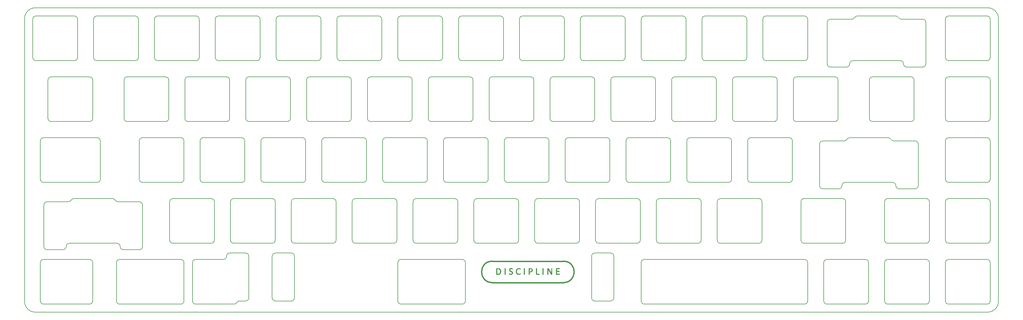
<source format=gbr>
%TF.GenerationSoftware,KiCad,Pcbnew,5.1.7-a382d34a8~88~ubuntu20.04.1*%
%TF.CreationDate,2021-02-20T19:58:06+01:00*%
%TF.ProjectId,discipline-plate,64697363-6970-46c6-996e-652d706c6174,rev?*%
%TF.SameCoordinates,Original*%
%TF.FileFunction,Soldermask,Top*%
%TF.FilePolarity,Negative*%
%FSLAX46Y46*%
G04 Gerber Fmt 4.6, Leading zero omitted, Abs format (unit mm)*
G04 Created by KiCad (PCBNEW 5.1.7-a382d34a8~88~ubuntu20.04.1) date 2021-02-20 19:58:06*
%MOMM*%
%LPD*%
G01*
G04 APERTURE LIST*
%TA.AperFunction,Profile*%
%ADD10C,0.200000*%
%TD*%
%TA.AperFunction,Profile*%
%ADD11C,0.150000*%
%TD*%
%ADD12C,0.400000*%
%ADD13C,0.010000*%
G04 APERTURE END LIST*
D10*
X356079300Y-119848400D02*
G75*
G02*
X355079300Y-120848400I-1000000J0D01*
G01*
X356079300Y-100798400D02*
G75*
G02*
X355079300Y-101798400I-1000000J0D01*
G01*
X171629300Y-177998400D02*
G75*
G02*
X170629300Y-176998400I0J1000000D01*
G01*
X90673550Y-159948400D02*
G75*
G02*
X89673550Y-160948400I-1000000J0D01*
G01*
X160816800Y-138898400D02*
G75*
G02*
X159816800Y-139898400I-1000000J0D01*
G01*
X155054300Y-106848400D02*
G75*
G02*
X156054300Y-107848400I0J-1000000D01*
G01*
X137273050Y-161998400D02*
G75*
G02*
X138273050Y-162998400I0J-1000000D01*
G01*
X284929300Y-88798400D02*
G75*
G02*
X285929300Y-87798400I1000000J0D01*
G01*
X132273050Y-161998400D02*
X137273050Y-161998400D01*
X75379300Y-100798400D02*
X75379300Y-88798400D01*
X307454300Y-120848400D02*
X295454300Y-120848400D01*
X131273050Y-175998400D02*
X131273050Y-162998400D01*
X138273050Y-162998400D02*
X138273050Y-175998400D01*
X100191800Y-158948400D02*
G75*
G02*
X99191800Y-157948400I0J1000000D01*
G01*
X112191800Y-158948400D02*
X100191800Y-158948400D01*
X221729300Y-101798400D02*
X209729300Y-101798400D01*
X131273050Y-162998400D02*
G75*
G02*
X132273050Y-161998400I1000000J0D01*
G01*
X146529300Y-88798400D02*
X146529300Y-100798400D01*
X231254300Y-106848400D02*
G75*
G02*
X232254300Y-107848400I0J-1000000D01*
G01*
X132529300Y-88798400D02*
G75*
G02*
X133529300Y-87798400I1000000J0D01*
G01*
X89379300Y-88798400D02*
X89379300Y-100798400D01*
X128766800Y-125898400D02*
X140766800Y-125898400D01*
X143054300Y-106848400D02*
X155054300Y-106848400D01*
X62091800Y-106848400D02*
X74091800Y-106848400D01*
X140766800Y-125898400D02*
G75*
G02*
X141766800Y-126898400I0J-1000000D01*
G01*
X356079300Y-145948400D02*
X356079300Y-157948400D01*
X127766800Y-126898400D02*
G75*
G02*
X128766800Y-125898400I1000000J0D01*
G01*
X232254300Y-107848400D02*
X232254300Y-119848400D01*
X245541800Y-158948400D02*
X233541800Y-158948400D01*
X333561050Y-127898400D02*
X333561050Y-140898400D01*
X355079300Y-139898400D02*
X343079300Y-139898400D01*
X236016800Y-139898400D02*
X224016800Y-139898400D01*
X356079300Y-88798400D02*
X356079300Y-100798400D01*
X137291800Y-145948400D02*
G75*
G02*
X138291800Y-144948400I1000000J0D01*
G01*
X255066800Y-139898400D02*
X243066800Y-139898400D01*
X343079300Y-101798400D02*
G75*
G02*
X342079300Y-100798400I0J1000000D01*
G01*
X137273050Y-176998400D02*
X132273050Y-176998400D01*
X137291800Y-157948400D02*
X137291800Y-145948400D01*
X256066800Y-126898400D02*
X256066800Y-138898400D01*
X337029300Y-145948400D02*
X337029300Y-157948400D01*
X119241800Y-158948400D02*
G75*
G02*
X118241800Y-157948400I0J1000000D01*
G01*
X56329300Y-88798400D02*
G75*
G02*
X57329300Y-87798400I1000000J0D01*
G01*
X335942300Y-102798400D02*
G75*
G02*
X334942300Y-103798400I-1000000J0D01*
G01*
X342079300Y-138898400D02*
X342079300Y-126898400D01*
X231279300Y-175998400D02*
X231279300Y-162998400D01*
X150291799Y-158948400D02*
X138291800Y-158948400D01*
X197916800Y-139898400D02*
X185916800Y-139898400D01*
X203966800Y-138898400D02*
X203966800Y-126898400D01*
X138291800Y-158948400D02*
G75*
G02*
X137291800Y-157948400I0J1000000D01*
G01*
X58710550Y-176998400D02*
X58710550Y-164998400D01*
X124004300Y-120848400D02*
G75*
G02*
X123004300Y-119848400I0J1000000D01*
G01*
X76379300Y-87798400D02*
X88379300Y-87798400D01*
X104954300Y-120848400D02*
G75*
G02*
X103954300Y-119848400I0J1000000D01*
G01*
X285929300Y-101798400D02*
G75*
G02*
X284929300Y-100798400I0J1000000D01*
G01*
X243066800Y-139898400D02*
G75*
G02*
X242066800Y-138898400I0J1000000D01*
G01*
X343079300Y-158948400D02*
G75*
G02*
X342079300Y-157948400I0J1000000D01*
G01*
X309835550Y-144948400D02*
G75*
G02*
X310835550Y-145948400I0J-1000000D01*
G01*
X117954300Y-107848400D02*
X117954300Y-119848400D01*
X175391800Y-145948400D02*
G75*
G02*
X176391800Y-144948400I1000000J0D01*
G01*
X342079300Y-100798400D02*
X342079300Y-88798400D01*
X114479299Y-87798400D02*
X126479300Y-87798400D01*
X342079300Y-88798400D02*
G75*
G02*
X343079300Y-87798400I1000000J0D01*
G01*
X102666800Y-163998400D02*
G75*
G02*
X103666800Y-164998400I0J-1000000D01*
G01*
X75379300Y-88798400D02*
G75*
G02*
X76379300Y-87798400I1000000J0D01*
G01*
X238304300Y-120848400D02*
G75*
G02*
X237304300Y-119848400I0J1000000D01*
G01*
X126479300Y-87798400D02*
G75*
G02*
X127479300Y-88798400I0J-1000000D01*
G01*
X243066800Y-125898400D02*
X255066800Y-125898400D01*
X133529300Y-87798400D02*
X145529300Y-87798400D01*
X175391800Y-157948400D02*
X175391800Y-145948400D01*
X132241800Y-145948400D02*
X132241800Y-157948400D01*
X311066300Y-103798400D02*
X306066300Y-103798400D01*
X145529300Y-87798400D02*
G75*
G02*
X146529300Y-88798400I0J-1000000D01*
G01*
X145529300Y-101798400D02*
X133529300Y-101798400D01*
X127479300Y-100798400D02*
G75*
G02*
X126479300Y-101798400I-1000000J0D01*
G01*
X326504300Y-87798400D02*
G75*
G02*
X327370325Y-88298400I0J-1000000D01*
G01*
X327942300Y-101798400D02*
G75*
G02*
X328942300Y-102798400I0J-1000000D01*
G01*
X305066300Y-89798400D02*
G75*
G02*
X306066300Y-88798400I1000000J0D01*
G01*
X355079300Y-144948400D02*
G75*
G02*
X356079300Y-145948400I0J-1000000D01*
G01*
X223016800Y-138898400D02*
X223016800Y-126898400D01*
X237279300Y-176998400D02*
X232279300Y-176998400D01*
X216966800Y-139898400D02*
X204966800Y-139898400D01*
X185916800Y-125898400D02*
X197916800Y-125898400D01*
X127479299Y-88798400D02*
X127479300Y-100798400D01*
X126479300Y-101798400D02*
X114479299Y-101798400D01*
X119241800Y-144948400D02*
X131241800Y-144948400D01*
X296835550Y-157948400D02*
X296835550Y-145948400D01*
X296835550Y-145948400D02*
G75*
G02*
X297835550Y-144948400I1000000J0D01*
G01*
X342079300Y-126898400D02*
G75*
G02*
X343079300Y-125898400I1000000J0D01*
G01*
X70329299Y-88798400D02*
X70329300Y-100798400D01*
X281166800Y-139898400D02*
G75*
G02*
X280166800Y-138898400I0J1000000D01*
G01*
X103954300Y-107848400D02*
G75*
G02*
X104954300Y-106848400I1000000J0D01*
G01*
X219254300Y-106848400D02*
X231254300Y-106848400D01*
X208441800Y-157948400D02*
G75*
G02*
X207441800Y-158948400I-1000000J0D01*
G01*
X76473050Y-139898400D02*
X59710550Y-139898400D01*
X331266800Y-120848400D02*
X319266799Y-120848400D01*
X123004300Y-107848400D02*
G75*
G02*
X124004300Y-106848400I1000000J0D01*
G01*
X147816800Y-139898400D02*
G75*
G02*
X146816800Y-138898400I0J1000000D01*
G01*
X257354300Y-120848400D02*
G75*
G02*
X256354300Y-119848400I0J1000000D01*
G01*
X122716800Y-138898400D02*
G75*
G02*
X121716800Y-139898400I-1000000J0D01*
G01*
X142054300Y-107848400D02*
G75*
G02*
X143054300Y-106848400I1000000J0D01*
G01*
X159816800Y-125898400D02*
G75*
G02*
X160816800Y-126898400I0J-1000000D01*
G01*
X251304300Y-119848400D02*
G75*
G02*
X250304300Y-120848400I-1000000J0D01*
G01*
X274116800Y-139898400D02*
X262116800Y-139898400D01*
X100191800Y-144948400D02*
X112191800Y-144948400D01*
X85904300Y-120848400D02*
G75*
G02*
X84904300Y-119848400I0J1000000D01*
G01*
X308454300Y-119848400D02*
G75*
G02*
X307454300Y-120848400I-1000000J0D01*
G01*
X214491800Y-144948400D02*
X226491800Y-144948400D01*
X262116800Y-125898400D02*
X274116800Y-125898400D01*
X75091800Y-119848400D02*
G75*
G02*
X74091800Y-120848400I-1000000J0D01*
G01*
X193154300Y-106848400D02*
G75*
G02*
X194154300Y-107848400I0J-1000000D01*
G01*
X108716800Y-138898400D02*
X108716800Y-126898400D01*
X256354300Y-119848400D02*
X256354300Y-107848400D01*
X227779300Y-88798400D02*
G75*
G02*
X228779300Y-87798400I1000000J0D01*
G01*
X250304300Y-106848400D02*
G75*
G02*
X251304300Y-107848400I0J-1000000D01*
G01*
X61091800Y-107848400D02*
G75*
G02*
X62091800Y-106848400I1000000J0D01*
G01*
X109716800Y-139898400D02*
G75*
G02*
X108716800Y-138898400I0J1000000D01*
G01*
X120201575Y-177498400D02*
G75*
G02*
X121067600Y-176998400I866025J-500000D01*
G01*
X89379300Y-100798400D02*
G75*
G02*
X88379300Y-101798400I-1000000J0D01*
G01*
X151579300Y-100798400D02*
X151579300Y-88798400D01*
X88379300Y-101798400D02*
X76379300Y-101798400D01*
X190679300Y-101798400D02*
G75*
G02*
X189679300Y-100798400I0J1000000D01*
G01*
X281166800Y-125898400D02*
X293166800Y-125898400D01*
X116979300Y-162998400D02*
G75*
G02*
X117979300Y-161998400I1000000J0D01*
G01*
X119335550Y-177998400D02*
X107335550Y-177998400D01*
X323029300Y-176998400D02*
X323029300Y-164998400D01*
X260829300Y-88798400D02*
X260829300Y-100798400D01*
X170629300Y-176998400D02*
X170629300Y-164998400D01*
X208441800Y-145948400D02*
X208441800Y-157948400D01*
X121716800Y-139898400D02*
X109716800Y-139898400D01*
X209729300Y-101798400D02*
G75*
G02*
X208729300Y-100798400I0J1000000D01*
G01*
X279879300Y-88798400D02*
X279879300Y-100798400D01*
X183629299Y-87798400D02*
G75*
G02*
X184629299Y-88798400I0J-1000000D01*
G01*
X269354300Y-106848400D02*
G75*
G02*
X270354300Y-107848400I0J-1000000D01*
G01*
X316979300Y-177998400D02*
X304979300Y-177998400D01*
X237304300Y-119848400D02*
X237304300Y-107848400D01*
X95429300Y-101798400D02*
G75*
G02*
X94429300Y-100798400I0J1000000D01*
G01*
X297929300Y-87798400D02*
G75*
G02*
X298929300Y-88798400I0J-1000000D01*
G01*
X141766800Y-126898400D02*
X141766800Y-138898400D01*
X319266799Y-106848400D02*
X331266800Y-106848400D01*
X232254300Y-119848400D02*
G75*
G02*
X231254300Y-120848400I-1000000J0D01*
G01*
X227491800Y-157948400D02*
G75*
G02*
X226491800Y-158948400I-1000000J0D01*
G01*
X232541800Y-157948400D02*
X232541800Y-145948400D01*
X169341800Y-144948400D02*
G75*
G02*
X170341800Y-145948400I0J-1000000D01*
G01*
X270641800Y-145948400D02*
G75*
G02*
X271641800Y-144948400I1000000J0D01*
G01*
X191773050Y-176998400D02*
G75*
G02*
X190773050Y-177998400I-1000000J0D01*
G01*
X76379300Y-101798400D02*
G75*
G02*
X75379300Y-100798400I0J1000000D01*
G01*
X318266799Y-119848400D02*
X318266799Y-107848400D01*
X270641800Y-157948400D02*
X270641800Y-145948400D01*
X189391800Y-157948400D02*
G75*
G02*
X188391800Y-158948400I-1000000J0D01*
G01*
X227491800Y-145948400D02*
X227491800Y-157948400D01*
X132273050Y-176998400D02*
G75*
G02*
X131273050Y-175998400I0J1000000D01*
G01*
X62091800Y-120848400D02*
G75*
G02*
X61091800Y-119848400I0J1000000D01*
G01*
X342079300Y-107848400D02*
G75*
G02*
X343079300Y-106848400I1000000J0D01*
G01*
X137004300Y-119848400D02*
G75*
G02*
X136004300Y-120848400I-1000000J0D01*
G01*
X342079300Y-164998400D02*
G75*
G02*
X343079300Y-163998400I1000000J0D01*
G01*
X336029300Y-163998400D02*
G75*
G02*
X337029300Y-164998400I0J-1000000D01*
G01*
X99191800Y-157948400D02*
X99191800Y-145948400D01*
X156341800Y-157948400D02*
X156341800Y-145948400D01*
X240779300Y-101798400D02*
X228779300Y-101798400D01*
X188391800Y-144948400D02*
G75*
G02*
X189391800Y-145948400I0J-1000000D01*
G01*
X203679300Y-100798400D02*
G75*
G02*
X202679300Y-101798400I-1000000J0D01*
G01*
X251591800Y-157948400D02*
X251591800Y-145948400D01*
X103666800Y-176998400D02*
G75*
G02*
X102666800Y-177998400I-1000000J0D01*
G01*
X264591800Y-158948400D02*
X252591800Y-158948400D01*
X356079300Y-176998400D02*
G75*
G02*
X355079300Y-177998400I-1000000J0D01*
G01*
X309685050Y-140898400D02*
G75*
G02*
X308685050Y-141898400I-1000000J0D01*
G01*
X275116800Y-126898400D02*
X275116800Y-138898400D01*
X232541800Y-145948400D02*
G75*
G02*
X233541800Y-144948400I1000000J0D01*
G01*
X307454300Y-106848400D02*
G75*
G02*
X308454300Y-107848400I0J-1000000D01*
G01*
X58710550Y-126898400D02*
G75*
G02*
X59710550Y-125898400I1000000J0D01*
G01*
X157341800Y-144948400D02*
X169341800Y-144948400D01*
X336029300Y-177998400D02*
X324029300Y-177998400D01*
X332266800Y-119848400D02*
G75*
G02*
X331266800Y-120848400I-1000000J0D01*
G01*
X342079300Y-119848400D02*
X342079300Y-107848400D01*
X250304300Y-120848400D02*
X238304300Y-120848400D01*
X257354300Y-106848400D02*
X269354300Y-106848400D01*
X136004300Y-120848400D02*
X124004300Y-120848400D01*
X275116800Y-138898400D02*
G75*
G02*
X274116800Y-139898400I-1000000J0D01*
G01*
X170629300Y-164998400D02*
G75*
G02*
X171629300Y-163998400I1000000J0D01*
G01*
X156054300Y-107848400D02*
X156054300Y-119848400D01*
X138273050Y-175998400D02*
G75*
G02*
X137273050Y-176998400I-1000000J0D01*
G01*
X212204300Y-120848400D02*
X200204300Y-120848400D01*
X122979300Y-176998400D02*
X121067600Y-176998400D01*
X165866800Y-138898400D02*
X165866800Y-126898400D01*
X311257025Y-126398400D02*
G75*
G02*
X312123050Y-125898400I866025J-500000D01*
G01*
X280166800Y-138898400D02*
X280166800Y-126898400D01*
X95429300Y-87798400D02*
X107429300Y-87798400D01*
X222729300Y-88798400D02*
X222729300Y-100798400D01*
X271641800Y-158948400D02*
G75*
G02*
X270641800Y-157948400I0J1000000D01*
G01*
X302685050Y-140898400D02*
X302685050Y-127898400D01*
X107429300Y-87798400D02*
G75*
G02*
X108429300Y-88798400I0J-1000000D01*
G01*
X293166800Y-125898400D02*
G75*
G02*
X294166800Y-126898400I0J-1000000D01*
G01*
X179866800Y-138898400D02*
G75*
G02*
X178866800Y-139898400I-1000000J0D01*
G01*
X246541800Y-145948400D02*
X246541800Y-157948400D01*
X303979300Y-164998400D02*
G75*
G02*
X304979300Y-163998400I1000000J0D01*
G01*
X165579300Y-88798400D02*
X165579300Y-100798400D01*
X61091800Y-119848400D02*
X61091800Y-107848400D01*
X256354300Y-107848400D02*
G75*
G02*
X257354300Y-106848400I1000000J0D01*
G01*
X213491800Y-157948400D02*
X213491800Y-145948400D01*
X120201575Y-177498400D02*
G75*
G02*
X119335550Y-177998400I-866025J500000D01*
G01*
X194441800Y-145948400D02*
G75*
G02*
X195441800Y-144948400I1000000J0D01*
G01*
X146816800Y-126898400D02*
G75*
G02*
X147816800Y-125898400I1000000J0D01*
G01*
X233541800Y-158948400D02*
G75*
G02*
X232541800Y-157948400I0J1000000D01*
G01*
X176391800Y-144948400D02*
X188391800Y-144948400D01*
X60797550Y-145948400D02*
X67503499Y-145948400D01*
X209729300Y-87798400D02*
X221729300Y-87798400D01*
X127766800Y-138898400D02*
X127766800Y-126898400D01*
X194154300Y-119848400D02*
G75*
G02*
X193154300Y-120848400I-1000000J0D01*
G01*
X356079300Y-164998400D02*
X356079300Y-176998400D01*
X178866800Y-139898400D02*
X166866800Y-139898400D01*
X102666800Y-139898400D02*
X90666800Y-139898400D01*
X356079300Y-107848400D02*
X356079300Y-119848400D01*
X94429300Y-88798400D02*
G75*
G02*
X95429300Y-87798400I1000000J0D01*
G01*
X113191800Y-145948400D02*
X113191800Y-157948400D01*
X355079300Y-106848400D02*
G75*
G02*
X356079300Y-107848400I0J-1000000D01*
G01*
X107335550Y-163998400D02*
X115979300Y-163998400D01*
X82967600Y-145948400D02*
G75*
G02*
X82101575Y-145448400I0J1000000D01*
G01*
X156341800Y-145948400D02*
G75*
G02*
X157341800Y-144948400I1000000J0D01*
G01*
X98904300Y-119848400D02*
G75*
G02*
X97904300Y-120848400I-1000000J0D01*
G01*
X228779300Y-101798400D02*
G75*
G02*
X227779300Y-100798400I0J1000000D01*
G01*
X246541800Y-157948400D02*
G75*
G02*
X245541800Y-158948400I-1000000J0D01*
G01*
X324123050Y-125898400D02*
G75*
G02*
X324989075Y-126398400I0J-1000000D01*
G01*
X325561050Y-139898400D02*
X310685050Y-139898400D01*
X170341800Y-145948400D02*
X170341800Y-157948400D01*
X106335550Y-176998400D02*
X106335550Y-164998400D01*
X259829300Y-87798400D02*
G75*
G02*
X260829300Y-88798400I0J-1000000D01*
G01*
X304979300Y-177998400D02*
G75*
G02*
X303979300Y-176998400I0J1000000D01*
G01*
X102666800Y-125898400D02*
G75*
G02*
X103666800Y-126898400I0J-1000000D01*
G01*
X103666800Y-138898400D02*
G75*
G02*
X102666800Y-139898400I-1000000J0D01*
G01*
X343079300Y-177998400D02*
G75*
G02*
X342079300Y-176998400I0J1000000D01*
G01*
X74091800Y-120848400D02*
X62091800Y-120848400D01*
X140766800Y-139898400D02*
X128766800Y-139898400D01*
X343079300Y-163998400D02*
X355079300Y-163998400D01*
X109716800Y-125898400D02*
X121716800Y-125898400D01*
X77473050Y-126898400D02*
X77473050Y-138898400D01*
X165866800Y-126898400D02*
G75*
G02*
X166866800Y-125898400I1000000J0D01*
G01*
X162104300Y-106848400D02*
X174104300Y-106848400D01*
X85904300Y-106848400D02*
X97904300Y-106848400D01*
X246829300Y-164998400D02*
G75*
G02*
X247829300Y-163998400I1000000J0D01*
G01*
X89666800Y-126898400D02*
G75*
G02*
X90666800Y-125898400I1000000J0D01*
G01*
X116979300Y-162998400D02*
G75*
G02*
X115979300Y-163998400I-1000000J0D01*
G01*
X199204300Y-107848400D02*
G75*
G02*
X200204300Y-106848400I1000000J0D01*
G01*
X325855100Y-126898400D02*
G75*
G02*
X324989075Y-126398400I0J1000000D01*
G01*
X112191800Y-144948400D02*
G75*
G02*
X113191800Y-145948400I0J-1000000D01*
G01*
X84904300Y-107848400D02*
G75*
G02*
X85904300Y-106848400I1000000J0D01*
G01*
X332561050Y-141898400D02*
X327561050Y-141898400D01*
X285929300Y-87798400D02*
X297929300Y-87798400D01*
X226491800Y-158948400D02*
X214491800Y-158948400D01*
X174104300Y-120848400D02*
X162104300Y-120848400D01*
X113191800Y-157948400D02*
G75*
G02*
X112191800Y-158948400I-1000000J0D01*
G01*
X325855100Y-126898400D02*
X332561050Y-126898400D01*
X337029300Y-164998400D02*
X337029300Y-176998400D01*
X189679300Y-88798400D02*
G75*
G02*
X190679300Y-87798400I1000000J0D01*
G01*
X189391800Y-145948400D02*
X189391800Y-157948400D01*
X59797550Y-159948400D02*
X59797550Y-146948400D01*
X106335550Y-164998400D02*
G75*
G02*
X107335550Y-163998400I1000000J0D01*
G01*
X245541800Y-144948400D02*
G75*
G02*
X246541800Y-145948400I0J-1000000D01*
G01*
X59710550Y-125898400D02*
X76473050Y-125898400D01*
X84673550Y-160948400D02*
G75*
G02*
X83673550Y-159948400I0J1000000D01*
G01*
X298929300Y-88798400D02*
X298929300Y-100798400D01*
X293166800Y-139898400D02*
X281166800Y-139898400D01*
X157341800Y-158948400D02*
G75*
G02*
X156341800Y-157948400I0J1000000D01*
G01*
X190773050Y-163998400D02*
G75*
G02*
X191773050Y-164998400I0J-1000000D01*
G01*
X89673550Y-145948400D02*
G75*
G02*
X90673550Y-146948400I0J-1000000D01*
G01*
X303685050Y-126898400D02*
X310390999Y-126898400D01*
X174104300Y-106848400D02*
G75*
G02*
X175104300Y-107848400I0J-1000000D01*
G01*
X108716800Y-126898400D02*
G75*
G02*
X109716800Y-125898400I1000000J0D01*
G01*
X179866800Y-126898400D02*
X179866800Y-138898400D01*
X312123050Y-125898400D02*
X324123049Y-125898400D01*
X77473050Y-138898400D02*
G75*
G02*
X76473050Y-139898400I-1000000J0D01*
G01*
X200204300Y-120848400D02*
G75*
G02*
X199204300Y-119848400I0J1000000D01*
G01*
X213491800Y-145948400D02*
G75*
G02*
X214491800Y-144948400I1000000J0D01*
G01*
X308685050Y-141898400D02*
X303685050Y-141898400D01*
X219254300Y-120848400D02*
G75*
G02*
X218254300Y-119848400I0J1000000D01*
G01*
X278879300Y-87798400D02*
G75*
G02*
X279879300Y-88798400I0J-1000000D01*
G01*
X74091800Y-106848400D02*
G75*
G02*
X75091800Y-107848400I0J-1000000D01*
G01*
X190679300Y-87798400D02*
X202679300Y-87798400D01*
X89666800Y-138898400D02*
X89666800Y-126898400D01*
X297929300Y-177998400D02*
X247829300Y-177998400D01*
X317979300Y-164998400D02*
X317979300Y-176998400D01*
X238304300Y-106848400D02*
X250304300Y-106848400D01*
X84904300Y-119848400D02*
X84904300Y-107848400D01*
X195441800Y-158948400D02*
G75*
G02*
X194441800Y-157948400I0J1000000D01*
G01*
X262116800Y-139898400D02*
G75*
G02*
X261116800Y-138898400I0J1000000D01*
G01*
X233541800Y-144948400D02*
X245541800Y-144948400D01*
X270354300Y-119848400D02*
G75*
G02*
X269354300Y-120848400I-1000000J0D01*
G01*
X98904300Y-107848400D02*
X98904300Y-119848400D01*
X280166800Y-126898400D02*
G75*
G02*
X281166800Y-125898400I1000000J0D01*
G01*
X311257024Y-126398400D02*
G75*
G02*
X310390999Y-126898400I-866025J500000D01*
G01*
X123004300Y-119848400D02*
X123004300Y-107848400D01*
X189679300Y-100798400D02*
X189679300Y-88798400D01*
X294454300Y-107848400D02*
G75*
G02*
X295454300Y-106848400I1000000J0D01*
G01*
X261116800Y-138898400D02*
X261116800Y-126898400D01*
X226491800Y-144948400D02*
G75*
G02*
X227491800Y-145948400I0J-1000000D01*
G01*
X241779300Y-88798400D02*
X241779300Y-100798400D01*
X317979300Y-176998400D02*
G75*
G02*
X316979300Y-177998400I-1000000J0D01*
G01*
X259829300Y-101798400D02*
X247829300Y-101798400D01*
X89673550Y-160948400D02*
X84673550Y-160948400D01*
X265591800Y-157948400D02*
G75*
G02*
X264591800Y-158948400I-1000000J0D01*
G01*
X107429300Y-101798400D02*
X95429300Y-101798400D01*
X122979300Y-161998400D02*
G75*
G02*
X123979300Y-162998400I0J-1000000D01*
G01*
X207441800Y-144948400D02*
G75*
G02*
X208441800Y-145948400I0J-1000000D01*
G01*
X283641800Y-158948400D02*
X271641800Y-158948400D01*
X252591800Y-158948400D02*
G75*
G02*
X251591800Y-157948400I0J1000000D01*
G01*
X294166800Y-126898400D02*
X294166800Y-138898400D01*
X331266800Y-106848400D02*
G75*
G02*
X332266800Y-107848400I0J-1000000D01*
G01*
X208729300Y-88798400D02*
G75*
G02*
X209729300Y-87798400I1000000J0D01*
G01*
X247829300Y-101798400D02*
G75*
G02*
X246829300Y-100798400I0J1000000D01*
G01*
X103666800Y-126898400D02*
X103666800Y-138898400D01*
X169341800Y-158948400D02*
X157341800Y-158948400D01*
X269354300Y-120848400D02*
X257354300Y-120848400D01*
X123979300Y-162998400D02*
X123979300Y-175998400D01*
X284641800Y-157948400D02*
G75*
G02*
X283641800Y-158948400I-1000000J0D01*
G01*
X161104300Y-107848400D02*
G75*
G02*
X162104300Y-106848400I1000000J0D01*
G01*
X108429300Y-88798400D02*
X108429300Y-100798400D01*
X136004300Y-106848400D02*
G75*
G02*
X137004300Y-107848400I0J-1000000D01*
G01*
X208729300Y-100798400D02*
X208729300Y-88798400D01*
X332266800Y-107848400D02*
X332266800Y-119848400D01*
X117979300Y-161998400D02*
X122979300Y-161998400D01*
X178866800Y-125898400D02*
G75*
G02*
X179866800Y-126898400I0J-1000000D01*
G01*
X343079300Y-106848400D02*
X355079300Y-106848400D01*
X294454300Y-119848400D02*
X294454300Y-107848400D01*
X97904300Y-106848400D02*
G75*
G02*
X98904300Y-107848400I0J-1000000D01*
G01*
X298929300Y-176998400D02*
G75*
G02*
X297929300Y-177998400I-1000000J0D01*
G01*
X66797550Y-159948400D02*
G75*
G02*
X67797550Y-158948400I1000000J0D01*
G01*
X199204300Y-119848400D02*
X199204300Y-107848400D01*
X270354300Y-107848400D02*
X270354300Y-119848400D01*
X246829300Y-176998400D02*
X246829300Y-164998400D01*
X170341800Y-157948400D02*
G75*
G02*
X169341800Y-158948400I-1000000J0D01*
G01*
X75091800Y-107848400D02*
X75091800Y-119848400D01*
X246829300Y-88798400D02*
G75*
G02*
X247829300Y-87798400I1000000J0D01*
G01*
X166866800Y-125898400D02*
X178866800Y-125898400D01*
X203679300Y-88798400D02*
X203679300Y-100798400D01*
X146816800Y-138898400D02*
X146816800Y-126898400D01*
X124004300Y-106848400D02*
X136004300Y-106848400D01*
X181154300Y-120848400D02*
G75*
G02*
X180154300Y-119848400I0J1000000D01*
G01*
X227779300Y-100798400D02*
X227779300Y-88798400D01*
X76473050Y-125898400D02*
G75*
G02*
X77473050Y-126898400I0J-1000000D01*
G01*
X107335550Y-177998400D02*
G75*
G02*
X106335550Y-176998400I0J1000000D01*
G01*
X303685050Y-141898400D02*
G75*
G02*
X302685050Y-140898400I0J1000000D01*
G01*
X327561050Y-141898400D02*
G75*
G02*
X326561050Y-140898400I0J1000000D01*
G01*
X68369525Y-145448400D02*
G75*
G02*
X69235550Y-144948400I866025J-500000D01*
G01*
X69235550Y-144948400D02*
X81235550Y-144948400D01*
X152579300Y-87798400D02*
X164579300Y-87798400D01*
X212204300Y-106848400D02*
G75*
G02*
X213204300Y-107848400I0J-1000000D01*
G01*
X90666800Y-125898400D02*
X102666800Y-125898400D01*
X99191800Y-145948400D02*
G75*
G02*
X100191800Y-144948400I1000000J0D01*
G01*
X247829300Y-177998400D02*
G75*
G02*
X246829300Y-176998400I0J1000000D01*
G01*
X161104300Y-119848400D02*
X161104300Y-107848400D01*
X82967600Y-145948399D02*
X89673550Y-145948400D01*
X121716800Y-125898400D02*
G75*
G02*
X122716800Y-126898400I0J-1000000D01*
G01*
X241779300Y-100798400D02*
G75*
G02*
X240779300Y-101798400I-1000000J0D01*
G01*
X240779300Y-87798400D02*
G75*
G02*
X241779300Y-88798400I0J-1000000D01*
G01*
X151579300Y-88798400D02*
G75*
G02*
X152579300Y-87798400I1000000J0D01*
G01*
X176391800Y-158948400D02*
G75*
G02*
X175391800Y-157948400I0J1000000D01*
G01*
X108429300Y-100798400D02*
G75*
G02*
X107429300Y-101798400I-1000000J0D01*
G01*
X190773050Y-177998400D02*
X171629300Y-177998400D01*
X213204300Y-119848400D02*
G75*
G02*
X212204300Y-120848400I-1000000J0D01*
G01*
X261116800Y-126898400D02*
G75*
G02*
X262116800Y-125898400I1000000J0D01*
G01*
X295454300Y-120848400D02*
G75*
G02*
X294454300Y-119848400I0J1000000D01*
G01*
X343079300Y-120848400D02*
G75*
G02*
X342079300Y-119848400I0J1000000D01*
G01*
X325561050Y-139898400D02*
G75*
G02*
X326561050Y-140898400I0J-1000000D01*
G01*
X166866800Y-139898400D02*
G75*
G02*
X165866800Y-138898400I0J1000000D01*
G01*
X218254300Y-119848400D02*
X218254300Y-107848400D01*
X68369524Y-145448400D02*
G75*
G02*
X67503499Y-145948400I-866025J500000D01*
G01*
X284641800Y-145948400D02*
X284641800Y-157948400D01*
X164579300Y-101798400D02*
X152579300Y-101798400D01*
X304979300Y-163998400D02*
X316979300Y-163998400D01*
X355079300Y-177998400D02*
X343079300Y-177998400D01*
X252591800Y-144948400D02*
X264591800Y-144948400D01*
X159816800Y-139898400D02*
X147816800Y-139898400D01*
X122716800Y-126898400D02*
X122716800Y-138898400D01*
X332561050Y-126898400D02*
G75*
G02*
X333561050Y-127898400I0J-1000000D01*
G01*
X180154300Y-119848400D02*
X180154300Y-107848400D01*
X195441800Y-144948400D02*
X207441800Y-144948400D01*
X333561050Y-140898400D02*
G75*
G02*
X332561050Y-141898400I-1000000J0D01*
G01*
X294166800Y-138898400D02*
G75*
G02*
X293166800Y-139898400I-1000000J0D01*
G01*
X160816800Y-126898400D02*
X160816800Y-138898400D01*
X247829300Y-87798400D02*
X259829300Y-87798400D01*
X298929300Y-164998400D02*
X298929300Y-176998400D01*
X324029300Y-163998400D02*
X336029300Y-163998400D01*
X207441800Y-158948400D02*
X195441800Y-158948400D01*
X155054300Y-120848400D02*
X143054300Y-120848400D01*
X165579300Y-100798400D02*
G75*
G02*
X164579300Y-101798400I-1000000J0D01*
G01*
X191773050Y-164998400D02*
X191773050Y-176998400D01*
X319266799Y-120848400D02*
G75*
G02*
X318266799Y-119848400I0J1000000D01*
G01*
X295454300Y-106848400D02*
X307454300Y-106848400D01*
X171629300Y-163998400D02*
X190773050Y-163998400D01*
X188391800Y-158948400D02*
X176391800Y-158948400D01*
X175104300Y-107848400D02*
X175104300Y-119848400D01*
X308454300Y-107848400D02*
X308454300Y-119848400D01*
X152579300Y-101798400D02*
G75*
G02*
X151579300Y-100798400I0J1000000D01*
G01*
X355079300Y-163998400D02*
G75*
G02*
X356079300Y-164998400I0J-1000000D01*
G01*
X202679300Y-87798400D02*
G75*
G02*
X203679300Y-88798400I0J-1000000D01*
G01*
X81235550Y-144948400D02*
G75*
G02*
X82101575Y-145448400I0J-1000000D01*
G01*
X297929300Y-163998400D02*
G75*
G02*
X298929300Y-164998400I0J-1000000D01*
G01*
X58710550Y-138898400D02*
X58710550Y-126898400D01*
X309685050Y-140898400D02*
G75*
G02*
X310685050Y-139898400I1000000J0D01*
G01*
X59710550Y-139898400D02*
G75*
G02*
X58710550Y-138898400I0J1000000D01*
G01*
X83523050Y-177998400D02*
G75*
G02*
X82523050Y-176998400I0J1000000D01*
G01*
X132529300Y-100798400D02*
X132529300Y-88798400D01*
X180154300Y-107848400D02*
G75*
G02*
X181154300Y-106848400I1000000J0D01*
G01*
X275404300Y-119848400D02*
X275404300Y-107848400D01*
X133529300Y-101798400D02*
G75*
G02*
X132529300Y-100798400I0J1000000D01*
G01*
X69329300Y-101798400D02*
X57329300Y-101798400D01*
X276404300Y-120848400D02*
G75*
G02*
X275404300Y-119848400I0J1000000D01*
G01*
X342079300Y-157948400D02*
X342079300Y-145948400D01*
X138291800Y-144948400D02*
X150291799Y-144948400D01*
X231279300Y-162998400D02*
G75*
G02*
X232279300Y-161998400I1000000J0D01*
G01*
X310835550Y-145948400D02*
X310835550Y-157948400D01*
X198916800Y-138898400D02*
G75*
G02*
X197916800Y-139898400I-1000000J0D01*
G01*
X113479299Y-88798400D02*
G75*
G02*
X114479299Y-87798400I1000000J0D01*
G01*
X237304300Y-107848400D02*
G75*
G02*
X238304300Y-106848400I1000000J0D01*
G01*
X69329300Y-87798401D02*
G75*
G02*
X70329299Y-88798400I0J-999999D01*
G01*
X312066300Y-102798400D02*
G75*
G02*
X313066300Y-101798400I1000000J0D01*
G01*
X194154300Y-107848400D02*
X194154300Y-119848400D01*
X355079300Y-125898400D02*
G75*
G02*
X356079300Y-126898400I0J-1000000D01*
G01*
X310835550Y-157948400D02*
G75*
G02*
X309835550Y-158948400I-1000000J0D01*
G01*
X306066300Y-88798400D02*
X312772249Y-88798400D01*
X305066300Y-102798400D02*
X305066300Y-89798400D01*
X313638275Y-88298400D02*
G75*
G02*
X314504300Y-87798400I866025J-500000D01*
G01*
X197916800Y-125898400D02*
G75*
G02*
X198916800Y-126898400I0J-1000000D01*
G01*
X143054300Y-120848400D02*
G75*
G02*
X142054300Y-119848400I0J1000000D01*
G01*
X323029300Y-157948400D02*
X323029300Y-145948400D01*
X336029300Y-158948400D02*
X324029300Y-158948400D01*
X150291799Y-144948400D02*
G75*
G02*
X151291799Y-145948400I0J-1000000D01*
G01*
X343079300Y-125898400D02*
X355079300Y-125898400D01*
X271641800Y-144948400D02*
X283641800Y-144948400D01*
X298929300Y-100798400D02*
G75*
G02*
X297929300Y-101798400I-1000000J0D01*
G01*
X116954300Y-106848400D02*
G75*
G02*
X117954300Y-107848400I0J-1000000D01*
G01*
X231254300Y-120848400D02*
X219254300Y-120848400D01*
X224016800Y-139898400D02*
G75*
G02*
X223016800Y-138898400I0J1000000D01*
G01*
X217966800Y-126898400D02*
X217966800Y-138898400D01*
X116954300Y-120848400D02*
X104954300Y-120848400D01*
X288404300Y-120848400D02*
X276404300Y-120848400D01*
X266879300Y-101798400D02*
G75*
G02*
X265879300Y-100798400I0J1000000D01*
G01*
X343079300Y-139898400D02*
G75*
G02*
X342079300Y-138898400I0J1000000D01*
G01*
X265879300Y-88798400D02*
G75*
G02*
X266879300Y-87798400I1000000J0D01*
G01*
X265879300Y-100798400D02*
X265879300Y-88798400D01*
X356079300Y-138898400D02*
G75*
G02*
X355079300Y-139898400I-1000000J0D01*
G01*
X237279300Y-161998400D02*
G75*
G02*
X238279300Y-162998400I0J-1000000D01*
G01*
X297929300Y-101798400D02*
X285929300Y-101798400D01*
X264591800Y-144948400D02*
G75*
G02*
X265591800Y-145948400I0J-1000000D01*
G01*
X314504300Y-87798400D02*
X326504299Y-87798400D01*
X223016800Y-126898400D02*
G75*
G02*
X224016800Y-125898400I1000000J0D01*
G01*
X328236350Y-88798400D02*
X334942300Y-88798400D01*
X324029300Y-158948400D02*
G75*
G02*
X323029300Y-157948400I0J1000000D01*
G01*
X313638274Y-88298400D02*
G75*
G02*
X312772249Y-88798400I-866025J500000D01*
G01*
X312066300Y-102798400D02*
G75*
G02*
X311066300Y-103798400I-1000000J0D01*
G01*
X184629299Y-100798400D02*
G75*
G02*
X183629299Y-101798400I-1000000J0D01*
G01*
X156054300Y-119848400D02*
G75*
G02*
X155054300Y-120848400I-1000000J0D01*
G01*
X104954300Y-106848400D02*
X116954300Y-106848400D01*
X316979300Y-163998400D02*
G75*
G02*
X317979300Y-164998400I0J-1000000D01*
G01*
X118241800Y-145948400D02*
G75*
G02*
X119241800Y-144948400I1000000J0D01*
G01*
X323029300Y-145948400D02*
G75*
G02*
X324029300Y-144948400I1000000J0D01*
G01*
X65797550Y-160948400D02*
X60797550Y-160948400D01*
X337029300Y-157948400D02*
G75*
G02*
X336029300Y-158948400I-1000000J0D01*
G01*
X329942300Y-103798400D02*
G75*
G02*
X328942300Y-102798400I0J1000000D01*
G01*
X297835550Y-158948400D02*
G75*
G02*
X296835550Y-157948400I0J1000000D01*
G01*
X260829300Y-100798400D02*
G75*
G02*
X259829300Y-101798400I-1000000J0D01*
G01*
X131241800Y-144948400D02*
G75*
G02*
X132241800Y-145948400I0J-1000000D01*
G01*
X82673550Y-158948400D02*
G75*
G02*
X83673550Y-159948400I0J-1000000D01*
G01*
X57329300Y-101798400D02*
G75*
G02*
X56329300Y-100798400I0J1000000D01*
G01*
X181154300Y-106848400D02*
X193154300Y-106848400D01*
X274116800Y-125898400D02*
G75*
G02*
X275116800Y-126898400I0J-1000000D01*
G01*
X56329300Y-100798400D02*
X56329300Y-88798400D01*
X171629300Y-87798400D02*
X183629299Y-87798400D01*
X118241800Y-157948400D02*
X118241800Y-145948400D01*
X184629299Y-88798400D02*
X184629299Y-100798400D01*
X204966800Y-139898400D02*
G75*
G02*
X203966800Y-138898400I0J1000000D01*
G01*
X75091800Y-176998400D02*
G75*
G02*
X74091800Y-177998400I-1000000J0D01*
G01*
X82523050Y-176998400D02*
X82523050Y-164998400D01*
X204966800Y-125898400D02*
X216966800Y-125898400D01*
X171629300Y-101798400D02*
G75*
G02*
X170629300Y-100798400I0J1000000D01*
G01*
X70329300Y-100798400D02*
G75*
G02*
X69329300Y-101798400I-1000000J0D01*
G01*
X216966800Y-125898400D02*
G75*
G02*
X217966800Y-126898400I0J-1000000D01*
G01*
X113479300Y-100798400D02*
X113479299Y-88798400D01*
X255066800Y-125898400D02*
G75*
G02*
X256066800Y-126898400I0J-1000000D01*
G01*
X284929300Y-100798400D02*
X284929300Y-88798400D01*
X324029300Y-177998400D02*
G75*
G02*
X323029300Y-176998400I0J1000000D01*
G01*
X57329300Y-87798400D02*
X69329300Y-87798401D01*
X194441800Y-157948400D02*
X194441800Y-145948400D01*
X128766800Y-139898400D02*
G75*
G02*
X127766800Y-138898400I0J1000000D01*
G01*
X318266799Y-107848400D02*
G75*
G02*
X319266799Y-106848400I1000000J0D01*
G01*
X97904300Y-120848400D02*
X85904300Y-120848400D01*
X137004300Y-107848400D02*
X137004300Y-119848400D01*
X218254300Y-107848400D02*
G75*
G02*
X219254300Y-106848400I1000000J0D01*
G01*
X355079300Y-120848400D02*
X343079300Y-120848400D01*
X247829300Y-163998400D02*
X297929300Y-163998400D01*
X246829300Y-100798400D02*
X246829300Y-88798400D01*
X202679300Y-101798400D02*
X190679300Y-101798400D01*
X175104300Y-119848400D02*
G75*
G02*
X174104300Y-120848400I-1000000J0D01*
G01*
X90673550Y-146948400D02*
X90673550Y-159948400D01*
X147816800Y-125898400D02*
X159816800Y-125898400D01*
X200204300Y-106848400D02*
X212204300Y-106848400D01*
X94429300Y-100798400D02*
X94429300Y-88798400D01*
X213204300Y-107848400D02*
X213204300Y-119848400D01*
X228779300Y-87798400D02*
X240779300Y-87798400D01*
X214491800Y-158948400D02*
G75*
G02*
X213491800Y-157948400I0J1000000D01*
G01*
X141766800Y-138898400D02*
G75*
G02*
X140766800Y-139898400I-1000000J0D01*
G01*
X303979300Y-176998400D02*
X303979300Y-164998400D01*
X164579300Y-87798400D02*
G75*
G02*
X165579300Y-88798400I0J-1000000D01*
G01*
X82673550Y-158948400D02*
X67797550Y-158948400D01*
X162104300Y-120848400D02*
G75*
G02*
X161104300Y-119848400I0J1000000D01*
G01*
X123979300Y-175998400D02*
G75*
G02*
X122979300Y-176998400I-1000000J0D01*
G01*
X337029300Y-176998400D02*
G75*
G02*
X336029300Y-177998400I-1000000J0D01*
G01*
X59797550Y-146948400D02*
G75*
G02*
X60797550Y-145948400I1000000J0D01*
G01*
X184916800Y-138898400D02*
X184916800Y-126898400D01*
X289404300Y-119848400D02*
G75*
G02*
X288404300Y-120848400I-1000000J0D01*
G01*
X323029300Y-164998400D02*
G75*
G02*
X324029300Y-163998400I1000000J0D01*
G01*
X309835550Y-158948400D02*
X297835550Y-158948400D01*
X334942300Y-88798400D02*
G75*
G02*
X335942300Y-89798400I0J-1000000D01*
G01*
X335942300Y-89798400D02*
X335942300Y-102798400D01*
X193154300Y-120848400D02*
X181154300Y-120848400D01*
X238279300Y-175998400D02*
G75*
G02*
X237279300Y-176998400I-1000000J0D01*
G01*
X59710550Y-163998400D02*
X74091800Y-163998400D01*
X117954300Y-119848400D02*
G75*
G02*
X116954300Y-120848400I-1000000J0D01*
G01*
X278879300Y-101798400D02*
X266879300Y-101798400D01*
X183629299Y-101798400D02*
X171629300Y-101798400D01*
X217966800Y-138898400D02*
G75*
G02*
X216966800Y-139898400I-1000000J0D01*
G01*
X275404300Y-107848400D02*
G75*
G02*
X276404300Y-106848400I1000000J0D01*
G01*
X59710550Y-177998400D02*
G75*
G02*
X58710550Y-176998400I0J1000000D01*
G01*
X83523050Y-163998400D02*
X102666800Y-163998400D01*
X222729300Y-100798400D02*
G75*
G02*
X221729300Y-101798400I-1000000J0D01*
G01*
X88379300Y-87798400D02*
G75*
G02*
X89379300Y-88798400I0J-1000000D01*
G01*
X355079300Y-87798400D02*
G75*
G02*
X356079300Y-88798400I0J-1000000D01*
G01*
X74091800Y-177998400D02*
X59710550Y-177998400D01*
X289404300Y-107848400D02*
X289404300Y-119848400D01*
X242066800Y-126898400D02*
G75*
G02*
X243066800Y-125898400I1000000J0D01*
G01*
X297835550Y-144948400D02*
X309835550Y-144948400D01*
X232279300Y-161998400D02*
X237279300Y-161998400D01*
X103954300Y-119848400D02*
X103954300Y-107848400D01*
X203966800Y-126898400D02*
G75*
G02*
X204966800Y-125898400I1000000J0D01*
G01*
X170629300Y-100798400D02*
X170629300Y-88798400D01*
X146529300Y-100798400D02*
G75*
G02*
X145529300Y-101798400I-1000000J0D01*
G01*
X58710550Y-164998400D02*
G75*
G02*
X59710550Y-163998400I1000000J0D01*
G01*
X114479299Y-101798400D02*
G75*
G02*
X113479299Y-100798400I0J1000000D01*
G01*
X302685050Y-127898400D02*
G75*
G02*
X303685050Y-126898400I1000000J0D01*
G01*
X283641800Y-144948400D02*
G75*
G02*
X284641800Y-145948400I0J-1000000D01*
G01*
X75091800Y-164998400D02*
X75091800Y-176998400D01*
X224016800Y-125898400D02*
X236016800Y-125898400D01*
X251304300Y-107848400D02*
X251304300Y-119848400D01*
X66797550Y-159948400D02*
G75*
G02*
X65797550Y-160948400I-1000000J0D01*
G01*
X356079300Y-157948400D02*
G75*
G02*
X355079300Y-158948400I-1000000J0D01*
G01*
X151291799Y-157948400D02*
G75*
G02*
X150291799Y-158948400I-1000000J0D01*
G01*
X265591800Y-145948400D02*
X265591800Y-157948400D01*
X328236350Y-88798400D02*
G75*
G02*
X327370325Y-88298400I0J1000000D01*
G01*
X82523050Y-164998400D02*
G75*
G02*
X83523050Y-163998400I1000000J0D01*
G01*
X132241800Y-157948400D02*
G75*
G02*
X131241800Y-158948400I-1000000J0D01*
G01*
X221729300Y-87798400D02*
G75*
G02*
X222729300Y-88798400I0J-1000000D01*
G01*
X90666800Y-139898400D02*
G75*
G02*
X89666800Y-138898400I0J1000000D01*
G01*
X102666800Y-177998400D02*
X83523050Y-177998400D01*
X306066300Y-103798400D02*
G75*
G02*
X305066300Y-102798400I0J1000000D01*
G01*
X232279300Y-176998400D02*
G75*
G02*
X231279300Y-175998400I0J1000000D01*
G01*
X256066800Y-138898400D02*
G75*
G02*
X255066800Y-139898400I-1000000J0D01*
G01*
X266879300Y-87798400D02*
X278879300Y-87798400D01*
X356079300Y-126898400D02*
X356079300Y-138898400D01*
X242066800Y-138898400D02*
X242066800Y-126898400D01*
X142054300Y-119848400D02*
X142054300Y-107848400D01*
X74091800Y-163998400D02*
G75*
G02*
X75091800Y-164998400I0J-1000000D01*
G01*
X170629300Y-88798400D02*
G75*
G02*
X171629300Y-87798400I1000000J0D01*
G01*
X237016800Y-138898400D02*
G75*
G02*
X236016800Y-139898400I-1000000J0D01*
G01*
X276404300Y-106848400D02*
X288404300Y-106848400D01*
X342079300Y-176998400D02*
X342079300Y-164998400D01*
X355079300Y-158948400D02*
X343079300Y-158948400D01*
X251591800Y-145948400D02*
G75*
G02*
X252591800Y-144948400I1000000J0D01*
G01*
X238279300Y-162998400D02*
X238279300Y-175998400D01*
X343079300Y-87798400D02*
X355079300Y-87798400D01*
X355079300Y-101798400D02*
X343079300Y-101798400D01*
X327942300Y-101798400D02*
X313066300Y-101798400D01*
X185916800Y-139898400D02*
G75*
G02*
X184916800Y-138898400I0J1000000D01*
G01*
X184916800Y-126898400D02*
G75*
G02*
X185916800Y-125898400I1000000J0D01*
G01*
X324029300Y-144948400D02*
X336029300Y-144948400D01*
X334942300Y-103798400D02*
X329942300Y-103798400D01*
X151291800Y-145948400D02*
X151291799Y-157948400D01*
X60797550Y-160948400D02*
G75*
G02*
X59797550Y-159948400I0J1000000D01*
G01*
X103666800Y-164998400D02*
X103666800Y-176998400D01*
X131241800Y-158948400D02*
X119241800Y-158948400D01*
X342079300Y-145948400D02*
G75*
G02*
X343079300Y-144948400I1000000J0D01*
G01*
X343079300Y-144948400D02*
X355079300Y-144948400D01*
X288404300Y-106848400D02*
G75*
G02*
X289404300Y-107848400I0J-1000000D01*
G01*
X279879300Y-100798400D02*
G75*
G02*
X278879300Y-101798400I-1000000J0D01*
G01*
X198916800Y-126898400D02*
X198916800Y-138898400D01*
X237016800Y-126898400D02*
X237016800Y-138898400D01*
X336029300Y-144948400D02*
G75*
G02*
X337029300Y-145948400I0J-1000000D01*
G01*
X236016800Y-125898400D02*
G75*
G02*
X237016800Y-126898400I0J-1000000D01*
G01*
D11*
X355353250Y-180502219D02*
X57076441Y-180502219D01*
X358660309Y-88551809D02*
X358660309Y-177195160D01*
X57073441Y-85244750D02*
X355353250Y-85244750D01*
X53766382Y-177198159D02*
X53766382Y-88551809D01*
X355353250Y-85244750D02*
G75*
G02*
X358660309Y-88551809I0J-3307059D01*
G01*
X358660309Y-177195160D02*
G75*
G02*
X355353250Y-180502219I-3307059J0D01*
G01*
X57076441Y-180502218D02*
G75*
G02*
X53766382Y-177198159I-3000J3307059D01*
G01*
X53766382Y-88551809D02*
G75*
G02*
X57073441Y-85244750I3307059J0D01*
G01*
D12*
X200196856Y-171243610D02*
X222496856Y-171243610D01*
X200216856Y-164563610D02*
X222496856Y-164563610D01*
D13*
G36*
X220908472Y-166744768D02*
G01*
X221044171Y-166747325D01*
X221134479Y-166753014D01*
X221189345Y-166763007D01*
X221218719Y-166778470D01*
X221232551Y-166800574D01*
X221234008Y-166804872D01*
X221240421Y-166883919D01*
X221232715Y-166919139D01*
X221215410Y-166941866D01*
X221176942Y-166957235D01*
X221106562Y-166966597D01*
X220993522Y-166971302D01*
X220827074Y-166972700D01*
X220806328Y-166972710D01*
X220400498Y-166972710D01*
X220409885Y-167274703D01*
X220419272Y-167576695D01*
X220770236Y-167585961D01*
X221121200Y-167595228D01*
X221121200Y-167788906D01*
X220402948Y-167788906D01*
X220402948Y-168505207D01*
X221235468Y-168523481D01*
X221235468Y-168719368D01*
X220728586Y-168728322D01*
X220513131Y-168730347D01*
X220356501Y-168727459D01*
X220252385Y-168719300D01*
X220194472Y-168705511D01*
X220181735Y-168697307D01*
X220169368Y-168652982D01*
X220159095Y-168553705D01*
X220150922Y-168409784D01*
X220144852Y-168231524D01*
X220140890Y-168029234D01*
X220139039Y-167813218D01*
X220139305Y-167593786D01*
X220141691Y-167381242D01*
X220146202Y-167185895D01*
X220152842Y-167018051D01*
X220161614Y-166888016D01*
X220172525Y-166806099D01*
X220180943Y-166783353D01*
X220227198Y-166765965D01*
X220328092Y-166753809D01*
X220487082Y-166746631D01*
X220707624Y-166744179D01*
X220717432Y-166744176D01*
X220908472Y-166744768D01*
G37*
X220908472Y-166744768D02*
X221044171Y-166747325D01*
X221134479Y-166753014D01*
X221189345Y-166763007D01*
X221218719Y-166778470D01*
X221232551Y-166800574D01*
X221234008Y-166804872D01*
X221240421Y-166883919D01*
X221232715Y-166919139D01*
X221215410Y-166941866D01*
X221176942Y-166957235D01*
X221106562Y-166966597D01*
X220993522Y-166971302D01*
X220827074Y-166972700D01*
X220806328Y-166972710D01*
X220400498Y-166972710D01*
X220409885Y-167274703D01*
X220419272Y-167576695D01*
X220770236Y-167585961D01*
X221121200Y-167595228D01*
X221121200Y-167788906D01*
X220402948Y-167788906D01*
X220402948Y-168505207D01*
X221235468Y-168523481D01*
X221235468Y-168719368D01*
X220728586Y-168728322D01*
X220513131Y-168730347D01*
X220356501Y-168727459D01*
X220252385Y-168719300D01*
X220194472Y-168705511D01*
X220181735Y-168697307D01*
X220169368Y-168652982D01*
X220159095Y-168553705D01*
X220150922Y-168409784D01*
X220144852Y-168231524D01*
X220140890Y-168029234D01*
X220139039Y-167813218D01*
X220139305Y-167593786D01*
X220141691Y-167381242D01*
X220146202Y-167185895D01*
X220152842Y-167018051D01*
X220161614Y-166888016D01*
X220172525Y-166806099D01*
X220180943Y-166783353D01*
X220227198Y-166765965D01*
X220328092Y-166753809D01*
X220487082Y-166746631D01*
X220707624Y-166744179D01*
X220717432Y-166744176D01*
X220908472Y-166744768D01*
G36*
X218893469Y-167729668D02*
G01*
X218884825Y-168719368D01*
X218770558Y-168728983D01*
X218677001Y-168723966D01*
X218604877Y-168698738D01*
X218601559Y-168696336D01*
X218571897Y-168657532D01*
X218515597Y-168569183D01*
X218437260Y-168439078D01*
X218341492Y-168275008D01*
X218232895Y-168084762D01*
X218116074Y-167876132D01*
X218104256Y-167854809D01*
X217661685Y-167055546D01*
X217652946Y-167887457D01*
X217644208Y-168719368D01*
X217537621Y-168729635D01*
X217431034Y-168739901D01*
X217439677Y-167750200D01*
X217448321Y-166760499D01*
X217599739Y-166750698D01*
X217700529Y-166750139D01*
X217762906Y-166770679D01*
X217811950Y-166819972D01*
X217844099Y-166869961D01*
X217902235Y-166968548D01*
X217981326Y-167106870D01*
X218076344Y-167276066D01*
X218182259Y-167467272D01*
X218264517Y-167617399D01*
X218656290Y-168335751D01*
X218688938Y-166760499D01*
X218795525Y-166750233D01*
X218902113Y-166739967D01*
X218893469Y-167729668D01*
G37*
X218893469Y-167729668D02*
X218884825Y-168719368D01*
X218770558Y-168728983D01*
X218677001Y-168723966D01*
X218604877Y-168698738D01*
X218601559Y-168696336D01*
X218571897Y-168657532D01*
X218515597Y-168569183D01*
X218437260Y-168439078D01*
X218341492Y-168275008D01*
X218232895Y-168084762D01*
X218116074Y-167876132D01*
X218104256Y-167854809D01*
X217661685Y-167055546D01*
X217652946Y-167887457D01*
X217644208Y-168719368D01*
X217537621Y-168729635D01*
X217431034Y-168739901D01*
X217439677Y-167750200D01*
X217448321Y-166760499D01*
X217599739Y-166750698D01*
X217700529Y-166750139D01*
X217762906Y-166770679D01*
X217811950Y-166819972D01*
X217844099Y-166869961D01*
X217902235Y-166968548D01*
X217981326Y-167106870D01*
X218076344Y-167276066D01*
X218182259Y-167467272D01*
X218264517Y-167617399D01*
X218656290Y-168335751D01*
X218688938Y-166760499D01*
X218795525Y-166750233D01*
X218902113Y-166739967D01*
X218893469Y-167729668D01*
G36*
X216052627Y-166750367D02*
G01*
X216175056Y-166760499D01*
X216175056Y-168719368D01*
X215930198Y-168739634D01*
X215930198Y-166740234D01*
X216052627Y-166750367D01*
G37*
X216052627Y-166750367D02*
X216175056Y-166760499D01*
X216175056Y-168719368D01*
X215930198Y-168739634D01*
X215930198Y-166740234D01*
X216052627Y-166750367D01*
G36*
X214028463Y-166750367D02*
G01*
X214150892Y-166760499D01*
X214168278Y-168505029D01*
X214901792Y-168523481D01*
X214901792Y-168719368D01*
X214426514Y-168728367D01*
X214256508Y-168730082D01*
X214110208Y-168728715D01*
X213999800Y-168724599D01*
X213937470Y-168718068D01*
X213928635Y-168714764D01*
X213922950Y-168677605D01*
X213917788Y-168583394D01*
X213913338Y-168440374D01*
X213909785Y-168256787D01*
X213907316Y-168040878D01*
X213906118Y-167800888D01*
X213906033Y-167716198D01*
X213906033Y-166740234D01*
X214028463Y-166750367D01*
G37*
X214028463Y-166750367D02*
X214150892Y-166760499D01*
X214168278Y-168505029D01*
X214901792Y-168523481D01*
X214901792Y-168719368D01*
X214426514Y-168728367D01*
X214256508Y-168730082D01*
X214110208Y-168728715D01*
X213999800Y-168724599D01*
X213937470Y-168718068D01*
X213928635Y-168714764D01*
X213922950Y-168677605D01*
X213917788Y-168583394D01*
X213913338Y-168440374D01*
X213909785Y-168256787D01*
X213907316Y-168040878D01*
X213906118Y-167800888D01*
X213906033Y-167716198D01*
X213906033Y-166740234D01*
X214028463Y-166750367D01*
G36*
X212023050Y-166750111D02*
G01*
X212193193Y-166758415D01*
X212313740Y-166769925D01*
X212400393Y-166787521D01*
X212468851Y-166814084D01*
X212516003Y-166840575D01*
X212642592Y-166940586D01*
X212720603Y-167060845D01*
X212757376Y-167215971D01*
X212762701Y-167331836D01*
X212738991Y-167543377D01*
X212667846Y-167711794D01*
X212547872Y-167838394D01*
X212377672Y-167924480D01*
X212155853Y-167971360D01*
X212071775Y-167978409D01*
X211816573Y-167993182D01*
X211816573Y-168735692D01*
X211707747Y-168735692D01*
X211627077Y-168729719D01*
X211578630Y-168715212D01*
X211577156Y-168713927D01*
X211571574Y-168676898D01*
X211566521Y-168582986D01*
X211562189Y-168440603D01*
X211558768Y-168258160D01*
X211556449Y-168044068D01*
X211555424Y-167806740D01*
X211555391Y-167754814D01*
X211555828Y-167476809D01*
X211557372Y-167257121D01*
X211560374Y-167088779D01*
X211564876Y-166972710D01*
X211816573Y-166972710D01*
X211816573Y-167359043D01*
X211818314Y-167511768D01*
X211823050Y-167639848D01*
X211830053Y-167729607D01*
X211838338Y-167767140D01*
X211890338Y-167784086D01*
X211983775Y-167787693D01*
X212096310Y-167778623D01*
X212205601Y-167757537D01*
X212210771Y-167756125D01*
X212349703Y-167691935D01*
X212441081Y-167586995D01*
X212488904Y-167436043D01*
X212495292Y-167381777D01*
X212500868Y-167274961D01*
X212489026Y-167205434D01*
X212450397Y-167145690D01*
X212395158Y-167087696D01*
X212330779Y-167027356D01*
X212274504Y-166992937D01*
X212204470Y-166977190D01*
X212098816Y-166972866D01*
X212048373Y-166972710D01*
X211816573Y-166972710D01*
X211564876Y-166972710D01*
X211565183Y-166964808D01*
X211572149Y-166878236D01*
X211581623Y-166822090D01*
X211593955Y-166789396D01*
X211604490Y-166776718D01*
X211652618Y-166757650D01*
X211744845Y-166747670D01*
X211888871Y-166746287D01*
X212023050Y-166750111D01*
G37*
X212023050Y-166750111D02*
X212193193Y-166758415D01*
X212313740Y-166769925D01*
X212400393Y-166787521D01*
X212468851Y-166814084D01*
X212516003Y-166840575D01*
X212642592Y-166940586D01*
X212720603Y-167060845D01*
X212757376Y-167215971D01*
X212762701Y-167331836D01*
X212738991Y-167543377D01*
X212667846Y-167711794D01*
X212547872Y-167838394D01*
X212377672Y-167924480D01*
X212155853Y-167971360D01*
X212071775Y-167978409D01*
X211816573Y-167993182D01*
X211816573Y-168735692D01*
X211707747Y-168735692D01*
X211627077Y-168729719D01*
X211578630Y-168715212D01*
X211577156Y-168713927D01*
X211571574Y-168676898D01*
X211566521Y-168582986D01*
X211562189Y-168440603D01*
X211558768Y-168258160D01*
X211556449Y-168044068D01*
X211555424Y-167806740D01*
X211555391Y-167754814D01*
X211555828Y-167476809D01*
X211557372Y-167257121D01*
X211560374Y-167088779D01*
X211564876Y-166972710D01*
X211816573Y-166972710D01*
X211816573Y-167359043D01*
X211818314Y-167511768D01*
X211823050Y-167639848D01*
X211830053Y-167729607D01*
X211838338Y-167767140D01*
X211890338Y-167784086D01*
X211983775Y-167787693D01*
X212096310Y-167778623D01*
X212205601Y-167757537D01*
X212210771Y-167756125D01*
X212349703Y-167691935D01*
X212441081Y-167586995D01*
X212488904Y-167436043D01*
X212495292Y-167381777D01*
X212500868Y-167274961D01*
X212489026Y-167205434D01*
X212450397Y-167145690D01*
X212395158Y-167087696D01*
X212330779Y-167027356D01*
X212274504Y-166992937D01*
X212204470Y-166977190D01*
X212098816Y-166972866D01*
X212048373Y-166972710D01*
X211816573Y-166972710D01*
X211564876Y-166972710D01*
X211565183Y-166964808D01*
X211572149Y-166878236D01*
X211581623Y-166822090D01*
X211593955Y-166789396D01*
X211604490Y-166776718D01*
X211652618Y-166757650D01*
X211744845Y-166747670D01*
X211888871Y-166746287D01*
X212023050Y-166750111D01*
G36*
X210314774Y-168735692D02*
G01*
X210199482Y-168735692D01*
X210118595Y-168725141D01*
X210070987Y-168699263D01*
X210068377Y-168694485D01*
X210064621Y-168652351D01*
X210061776Y-168553522D01*
X210059905Y-168406594D01*
X210059069Y-168220161D01*
X210059331Y-168002818D01*
X210060752Y-167763161D01*
X210061240Y-167706889D01*
X210069915Y-166760499D01*
X210192344Y-166750367D01*
X210314774Y-166740234D01*
X210314774Y-168735692D01*
G37*
X210314774Y-168735692D02*
X210199482Y-168735692D01*
X210118595Y-168725141D01*
X210070987Y-168699263D01*
X210068377Y-168694485D01*
X210064621Y-168652351D01*
X210061776Y-168553522D01*
X210059905Y-168406594D01*
X210059069Y-168220161D01*
X210059331Y-168002818D01*
X210060752Y-167763161D01*
X210061240Y-167706889D01*
X210069915Y-166760499D01*
X210192344Y-166750367D01*
X210314774Y-166740234D01*
X210314774Y-168735692D01*
G36*
X204291252Y-168719368D02*
G01*
X204184922Y-168729616D01*
X204098922Y-168724555D01*
X204061979Y-168696570D01*
X204058018Y-168653885D01*
X204054987Y-168554530D01*
X204052957Y-168407124D01*
X204051996Y-168220287D01*
X204052173Y-168002638D01*
X204053559Y-167762798D01*
X204054042Y-167706889D01*
X204062717Y-166760499D01*
X204291252Y-166760499D01*
X204291252Y-168719368D01*
G37*
X204291252Y-168719368D02*
X204184922Y-168729616D01*
X204098922Y-168724555D01*
X204061979Y-168696570D01*
X204058018Y-168653885D01*
X204054987Y-168554530D01*
X204052957Y-168407124D01*
X204051996Y-168220287D01*
X204052173Y-168002638D01*
X204053559Y-167762798D01*
X204054042Y-167706889D01*
X204062717Y-166760499D01*
X204291252Y-166760499D01*
X204291252Y-168719368D01*
G36*
X202004192Y-166752931D02*
G01*
X202217301Y-166777034D01*
X202393895Y-166825857D01*
X202546827Y-166901857D01*
X202553980Y-166906350D01*
X202705593Y-167039935D01*
X202819445Y-167219550D01*
X202892380Y-167435853D01*
X202921240Y-167679501D01*
X202903131Y-167939502D01*
X202840812Y-168187567D01*
X202739348Y-168385871D01*
X202595400Y-168539259D01*
X202414002Y-168648814D01*
X202322826Y-168677615D01*
X202194759Y-168701640D01*
X202043617Y-168720201D01*
X201883219Y-168732612D01*
X201727382Y-168738185D01*
X201589923Y-168736234D01*
X201484659Y-168726071D01*
X201425409Y-168707010D01*
X201418182Y-168698331D01*
X201414047Y-168655180D01*
X201410859Y-168555380D01*
X201408695Y-168407571D01*
X201407628Y-168220392D01*
X201407735Y-168002486D01*
X201409089Y-167762492D01*
X201409569Y-167706889D01*
X201416298Y-166972710D01*
X201663103Y-166972710D01*
X201663103Y-168507158D01*
X201917367Y-168507158D01*
X202074575Y-168501746D01*
X202192035Y-168482463D01*
X202294627Y-168444741D01*
X202317303Y-168433700D01*
X202455193Y-168335991D01*
X202552263Y-168199337D01*
X202611888Y-168017264D01*
X202635552Y-167823735D01*
X202634371Y-167592317D01*
X202599135Y-167406278D01*
X202526735Y-167253500D01*
X202470272Y-167179629D01*
X202363591Y-167079223D01*
X202244372Y-167015435D01*
X202095669Y-166982018D01*
X201909010Y-166972710D01*
X201663103Y-166972710D01*
X201416298Y-166972710D01*
X201418244Y-166760499D01*
X201741716Y-166751093D01*
X202004192Y-166752931D01*
G37*
X202004192Y-166752931D02*
X202217301Y-166777034D01*
X202393895Y-166825857D01*
X202546827Y-166901857D01*
X202553980Y-166906350D01*
X202705593Y-167039935D01*
X202819445Y-167219550D01*
X202892380Y-167435853D01*
X202921240Y-167679501D01*
X202903131Y-167939502D01*
X202840812Y-168187567D01*
X202739348Y-168385871D01*
X202595400Y-168539259D01*
X202414002Y-168648814D01*
X202322826Y-168677615D01*
X202194759Y-168701640D01*
X202043617Y-168720201D01*
X201883219Y-168732612D01*
X201727382Y-168738185D01*
X201589923Y-168736234D01*
X201484659Y-168726071D01*
X201425409Y-168707010D01*
X201418182Y-168698331D01*
X201414047Y-168655180D01*
X201410859Y-168555380D01*
X201408695Y-168407571D01*
X201407628Y-168220392D01*
X201407735Y-168002486D01*
X201409089Y-167762492D01*
X201409569Y-167706889D01*
X201416298Y-166972710D01*
X201663103Y-166972710D01*
X201663103Y-168507158D01*
X201917367Y-168507158D01*
X202074575Y-168501746D01*
X202192035Y-168482463D01*
X202294627Y-168444741D01*
X202317303Y-168433700D01*
X202455193Y-168335991D01*
X202552263Y-168199337D01*
X202611888Y-168017264D01*
X202635552Y-167823735D01*
X202634371Y-167592317D01*
X202599135Y-167406278D01*
X202526735Y-167253500D01*
X202470272Y-167179629D01*
X202363591Y-167079223D01*
X202244372Y-167015435D01*
X202095669Y-166982018D01*
X201909010Y-166972710D01*
X201663103Y-166972710D01*
X201416298Y-166972710D01*
X201418244Y-166760499D01*
X201741716Y-166751093D01*
X202004192Y-166752931D01*
G36*
X208567786Y-166725359D02*
G01*
X208780644Y-166779519D01*
X208839362Y-166806278D01*
X208943887Y-166873744D01*
X208996156Y-166950016D01*
X209008861Y-167038749D01*
X208993889Y-167102093D01*
X208946129Y-167115912D01*
X208861321Y-167080431D01*
X208811165Y-167049258D01*
X208672990Y-166980558D01*
X208512341Y-166950203D01*
X208491706Y-166948744D01*
X208302462Y-166961586D01*
X208148983Y-167027947D01*
X208025787Y-167150965D01*
X207966049Y-167249511D01*
X207927465Y-167331815D01*
X207902890Y-167409706D01*
X207889277Y-167501670D01*
X207883581Y-167626193D01*
X207882674Y-167755552D01*
X207884717Y-167919658D01*
X207892473Y-168036096D01*
X207908657Y-168122421D01*
X207935985Y-168196193D01*
X207957448Y-168239094D01*
X208067933Y-168382709D01*
X208214200Y-168479762D01*
X208384005Y-168527927D01*
X208565103Y-168524879D01*
X208745249Y-168468291D01*
X208847218Y-168408077D01*
X208918836Y-168364062D01*
X208970780Y-168344034D01*
X208973091Y-168343919D01*
X209003889Y-168369686D01*
X209009316Y-168432486D01*
X208992421Y-168510566D01*
X208956256Y-168582176D01*
X208936522Y-168604656D01*
X208815847Y-168680654D01*
X208652650Y-168733359D01*
X208466605Y-168759359D01*
X208277382Y-168755247D01*
X208171712Y-168737196D01*
X207984201Y-168660580D01*
X207828271Y-168531290D01*
X207707244Y-168355517D01*
X207624439Y-168139450D01*
X207583178Y-167889278D01*
X207584159Y-167641990D01*
X207625764Y-167389488D01*
X207706877Y-167167468D01*
X207822641Y-166986478D01*
X207935484Y-166879379D01*
X208127345Y-166776733D01*
X208344066Y-166724912D01*
X208567786Y-166725359D01*
G37*
X208567786Y-166725359D02*
X208780644Y-166779519D01*
X208839362Y-166806278D01*
X208943887Y-166873744D01*
X208996156Y-166950016D01*
X209008861Y-167038749D01*
X208993889Y-167102093D01*
X208946129Y-167115912D01*
X208861321Y-167080431D01*
X208811165Y-167049258D01*
X208672990Y-166980558D01*
X208512341Y-166950203D01*
X208491706Y-166948744D01*
X208302462Y-166961586D01*
X208148983Y-167027947D01*
X208025787Y-167150965D01*
X207966049Y-167249511D01*
X207927465Y-167331815D01*
X207902890Y-167409706D01*
X207889277Y-167501670D01*
X207883581Y-167626193D01*
X207882674Y-167755552D01*
X207884717Y-167919658D01*
X207892473Y-168036096D01*
X207908657Y-168122421D01*
X207935985Y-168196193D01*
X207957448Y-168239094D01*
X208067933Y-168382709D01*
X208214200Y-168479762D01*
X208384005Y-168527927D01*
X208565103Y-168524879D01*
X208745249Y-168468291D01*
X208847218Y-168408077D01*
X208918836Y-168364062D01*
X208970780Y-168344034D01*
X208973091Y-168343919D01*
X209003889Y-168369686D01*
X209009316Y-168432486D01*
X208992421Y-168510566D01*
X208956256Y-168582176D01*
X208936522Y-168604656D01*
X208815847Y-168680654D01*
X208652650Y-168733359D01*
X208466605Y-168759359D01*
X208277382Y-168755247D01*
X208171712Y-168737196D01*
X207984201Y-168660580D01*
X207828271Y-168531290D01*
X207707244Y-168355517D01*
X207624439Y-168139450D01*
X207583178Y-167889278D01*
X207584159Y-167641990D01*
X207625764Y-167389488D01*
X207706877Y-167167468D01*
X207822641Y-166986478D01*
X207935484Y-166879379D01*
X208127345Y-166776733D01*
X208344066Y-166724912D01*
X208567786Y-166725359D01*
G36*
X206218020Y-166739550D02*
G01*
X206341091Y-166773696D01*
X206433580Y-166817954D01*
X206475806Y-166862791D01*
X206493672Y-166947163D01*
X206486889Y-167020995D01*
X206467160Y-167051345D01*
X206423501Y-167048316D01*
X206346816Y-167020300D01*
X206313342Y-167004301D01*
X206155413Y-166947651D01*
X206006329Y-166936964D01*
X205876997Y-166968374D01*
X205778323Y-167038017D01*
X205721214Y-167142029D01*
X205711432Y-167217569D01*
X205734821Y-167330397D01*
X205808693Y-167429558D01*
X205938604Y-167520859D01*
X206058020Y-167579754D01*
X206285234Y-167695698D01*
X206448552Y-167814170D01*
X206531920Y-167909249D01*
X206574119Y-168017232D01*
X206591825Y-168158167D01*
X206584346Y-168304200D01*
X206550989Y-168427478D01*
X206545124Y-168439594D01*
X206435750Y-168583169D01*
X206282157Y-168687790D01*
X206095144Y-168749665D01*
X205885511Y-168765003D01*
X205695108Y-168738020D01*
X205578519Y-168699495D01*
X205476371Y-168647993D01*
X205412573Y-168595751D01*
X205409939Y-168592052D01*
X205388630Y-168526573D01*
X205389252Y-168450457D01*
X205410856Y-168397759D01*
X205415450Y-168394220D01*
X205460115Y-168396935D01*
X205538513Y-168425335D01*
X205582208Y-168446395D01*
X205756379Y-168513487D01*
X205924028Y-168535456D01*
X206075171Y-168515586D01*
X206199825Y-168457161D01*
X206288007Y-168363464D01*
X206329733Y-168237778D01*
X206331740Y-168199870D01*
X206310253Y-168110660D01*
X206242269Y-168021490D01*
X206122505Y-167927444D01*
X205945678Y-167823606D01*
X205903717Y-167801601D01*
X205719779Y-167697827D01*
X205590676Y-167600857D01*
X205508201Y-167500495D01*
X205464145Y-167386544D01*
X205450299Y-167248809D01*
X205450249Y-167238330D01*
X205475923Y-167051199D01*
X205552578Y-166904736D01*
X205679661Y-166799507D01*
X205856620Y-166736081D01*
X205952878Y-166721277D01*
X206082554Y-166720436D01*
X206218020Y-166739550D01*
G37*
X206218020Y-166739550D02*
X206341091Y-166773696D01*
X206433580Y-166817954D01*
X206475806Y-166862791D01*
X206493672Y-166947163D01*
X206486889Y-167020995D01*
X206467160Y-167051345D01*
X206423501Y-167048316D01*
X206346816Y-167020300D01*
X206313342Y-167004301D01*
X206155413Y-166947651D01*
X206006329Y-166936964D01*
X205876997Y-166968374D01*
X205778323Y-167038017D01*
X205721214Y-167142029D01*
X205711432Y-167217569D01*
X205734821Y-167330397D01*
X205808693Y-167429558D01*
X205938604Y-167520859D01*
X206058020Y-167579754D01*
X206285234Y-167695698D01*
X206448552Y-167814170D01*
X206531920Y-167909249D01*
X206574119Y-168017232D01*
X206591825Y-168158167D01*
X206584346Y-168304200D01*
X206550989Y-168427478D01*
X206545124Y-168439594D01*
X206435750Y-168583169D01*
X206282157Y-168687790D01*
X206095144Y-168749665D01*
X205885511Y-168765003D01*
X205695108Y-168738020D01*
X205578519Y-168699495D01*
X205476371Y-168647993D01*
X205412573Y-168595751D01*
X205409939Y-168592052D01*
X205388630Y-168526573D01*
X205389252Y-168450457D01*
X205410856Y-168397759D01*
X205415450Y-168394220D01*
X205460115Y-168396935D01*
X205538513Y-168425335D01*
X205582208Y-168446395D01*
X205756379Y-168513487D01*
X205924028Y-168535456D01*
X206075171Y-168515586D01*
X206199825Y-168457161D01*
X206288007Y-168363464D01*
X206329733Y-168237778D01*
X206331740Y-168199870D01*
X206310253Y-168110660D01*
X206242269Y-168021490D01*
X206122505Y-167927444D01*
X205945678Y-167823606D01*
X205903717Y-167801601D01*
X205719779Y-167697827D01*
X205590676Y-167600857D01*
X205508201Y-167500495D01*
X205464145Y-167386544D01*
X205450299Y-167248809D01*
X205450249Y-167238330D01*
X205475923Y-167051199D01*
X205552578Y-166904736D01*
X205679661Y-166799507D01*
X205856620Y-166736081D01*
X205952878Y-166721277D01*
X206082554Y-166720436D01*
X206218020Y-166739550D01*
D12*
X200186856Y-171243610D02*
G75*
G02*
X200186856Y-164563610I0J3340000D01*
G01*
X222486856Y-164563610D02*
G75*
G02*
X222486856Y-171243610I0J-3340000D01*
G01*
D10*
X356079300Y-119848400D02*
G75*
G02*
X355079300Y-120848400I-1000000J0D01*
G01*
X356079300Y-100798400D02*
G75*
G02*
X355079300Y-101798400I-1000000J0D01*
G01*
X171629300Y-177998400D02*
G75*
G02*
X170629300Y-176998400I0J1000000D01*
G01*
X90673550Y-159948400D02*
G75*
G02*
X89673550Y-160948400I-1000000J0D01*
G01*
X160816800Y-138898400D02*
G75*
G02*
X159816800Y-139898400I-1000000J0D01*
G01*
X155054300Y-106848400D02*
G75*
G02*
X156054300Y-107848400I0J-1000000D01*
G01*
X137273050Y-161998400D02*
G75*
G02*
X138273050Y-162998400I0J-1000000D01*
G01*
X284929300Y-88798400D02*
G75*
G02*
X285929300Y-87798400I1000000J0D01*
G01*
X132273050Y-161998400D02*
X137273050Y-161998400D01*
X75379300Y-100798400D02*
X75379300Y-88798400D01*
X307454300Y-120848400D02*
X295454300Y-120848400D01*
X131273050Y-175998400D02*
X131273050Y-162998400D01*
X138273050Y-162998400D02*
X138273050Y-175998400D01*
X100191800Y-158948400D02*
G75*
G02*
X99191800Y-157948400I0J1000000D01*
G01*
X112191800Y-158948400D02*
X100191800Y-158948400D01*
X221729300Y-101798400D02*
X209729300Y-101798400D01*
X131273050Y-162998400D02*
G75*
G02*
X132273050Y-161998400I1000000J0D01*
G01*
X146529300Y-88798400D02*
X146529300Y-100798400D01*
X231254300Y-106848400D02*
G75*
G02*
X232254300Y-107848400I0J-1000000D01*
G01*
X132529300Y-88798400D02*
G75*
G02*
X133529300Y-87798400I1000000J0D01*
G01*
X89379300Y-88798400D02*
X89379300Y-100798400D01*
X128766800Y-125898400D02*
X140766800Y-125898400D01*
X143054300Y-106848400D02*
X155054300Y-106848400D01*
X62091800Y-106848400D02*
X74091800Y-106848400D01*
X140766800Y-125898400D02*
G75*
G02*
X141766800Y-126898400I0J-1000000D01*
G01*
X356079300Y-145948400D02*
X356079300Y-157948400D01*
X127766800Y-126898400D02*
G75*
G02*
X128766800Y-125898400I1000000J0D01*
G01*
X232254300Y-107848400D02*
X232254300Y-119848400D01*
X245541800Y-158948400D02*
X233541800Y-158948400D01*
X333561050Y-127898400D02*
X333561050Y-140898400D01*
X355079300Y-139898400D02*
X343079300Y-139898400D01*
X236016800Y-139898400D02*
X224016800Y-139898400D01*
X356079300Y-88798400D02*
X356079300Y-100798400D01*
X137291800Y-145948400D02*
G75*
G02*
X138291800Y-144948400I1000000J0D01*
G01*
X255066800Y-139898400D02*
X243066800Y-139898400D01*
X343079300Y-101798400D02*
G75*
G02*
X342079300Y-100798400I0J1000000D01*
G01*
X137273050Y-176998400D02*
X132273050Y-176998400D01*
X137291800Y-157948400D02*
X137291800Y-145948400D01*
X256066800Y-126898400D02*
X256066800Y-138898400D01*
X337029300Y-145948400D02*
X337029300Y-157948400D01*
X119241800Y-158948400D02*
G75*
G02*
X118241800Y-157948400I0J1000000D01*
G01*
X56329300Y-88798400D02*
G75*
G02*
X57329300Y-87798400I1000000J0D01*
G01*
X335942300Y-102798400D02*
G75*
G02*
X334942300Y-103798400I-1000000J0D01*
G01*
X342079300Y-138898400D02*
X342079300Y-126898400D01*
X231279300Y-175998400D02*
X231279300Y-162998400D01*
X150291799Y-158948400D02*
X138291800Y-158948400D01*
X197916800Y-139898400D02*
X185916800Y-139898400D01*
X203966800Y-138898400D02*
X203966800Y-126898400D01*
X138291800Y-158948400D02*
G75*
G02*
X137291800Y-157948400I0J1000000D01*
G01*
X58710550Y-176998400D02*
X58710550Y-164998400D01*
X124004300Y-120848400D02*
G75*
G02*
X123004300Y-119848400I0J1000000D01*
G01*
X76379300Y-87798400D02*
X88379300Y-87798400D01*
X104954300Y-120848400D02*
G75*
G02*
X103954300Y-119848400I0J1000000D01*
G01*
X285929300Y-101798400D02*
G75*
G02*
X284929300Y-100798400I0J1000000D01*
G01*
X243066800Y-139898400D02*
G75*
G02*
X242066800Y-138898400I0J1000000D01*
G01*
X343079300Y-158948400D02*
G75*
G02*
X342079300Y-157948400I0J1000000D01*
G01*
X309835550Y-144948400D02*
G75*
G02*
X310835550Y-145948400I0J-1000000D01*
G01*
X117954300Y-107848400D02*
X117954300Y-119848400D01*
X175391800Y-145948400D02*
G75*
G02*
X176391800Y-144948400I1000000J0D01*
G01*
X342079300Y-100798400D02*
X342079300Y-88798400D01*
X114479299Y-87798400D02*
X126479300Y-87798400D01*
X342079300Y-88798400D02*
G75*
G02*
X343079300Y-87798400I1000000J0D01*
G01*
X102666800Y-163998400D02*
G75*
G02*
X103666800Y-164998400I0J-1000000D01*
G01*
X75379300Y-88798400D02*
G75*
G02*
X76379300Y-87798400I1000000J0D01*
G01*
X238304300Y-120848400D02*
G75*
G02*
X237304300Y-119848400I0J1000000D01*
G01*
X126479300Y-87798400D02*
G75*
G02*
X127479300Y-88798400I0J-1000000D01*
G01*
X243066800Y-125898400D02*
X255066800Y-125898400D01*
X133529300Y-87798400D02*
X145529300Y-87798400D01*
X175391800Y-157948400D02*
X175391800Y-145948400D01*
X132241800Y-145948400D02*
X132241800Y-157948400D01*
X311066300Y-103798400D02*
X306066300Y-103798400D01*
X145529300Y-87798400D02*
G75*
G02*
X146529300Y-88798400I0J-1000000D01*
G01*
X145529300Y-101798400D02*
X133529300Y-101798400D01*
X127479300Y-100798400D02*
G75*
G02*
X126479300Y-101798400I-1000000J0D01*
G01*
X326504300Y-87798400D02*
G75*
G02*
X327370325Y-88298400I0J-1000000D01*
G01*
X327942300Y-101798400D02*
G75*
G02*
X328942300Y-102798400I0J-1000000D01*
G01*
X305066300Y-89798400D02*
G75*
G02*
X306066300Y-88798400I1000000J0D01*
G01*
X355079300Y-144948400D02*
G75*
G02*
X356079300Y-145948400I0J-1000000D01*
G01*
X223016800Y-138898400D02*
X223016800Y-126898400D01*
X237279300Y-176998400D02*
X232279300Y-176998400D01*
X216966800Y-139898400D02*
X204966800Y-139898400D01*
X185916800Y-125898400D02*
X197916800Y-125898400D01*
X127479299Y-88798400D02*
X127479300Y-100798400D01*
X126479300Y-101798400D02*
X114479299Y-101798400D01*
X119241800Y-144948400D02*
X131241800Y-144948400D01*
X296835550Y-157948400D02*
X296835550Y-145948400D01*
X296835550Y-145948400D02*
G75*
G02*
X297835550Y-144948400I1000000J0D01*
G01*
X342079300Y-126898400D02*
G75*
G02*
X343079300Y-125898400I1000000J0D01*
G01*
X70329299Y-88798400D02*
X70329300Y-100798400D01*
X281166800Y-139898400D02*
G75*
G02*
X280166800Y-138898400I0J1000000D01*
G01*
X103954300Y-107848400D02*
G75*
G02*
X104954300Y-106848400I1000000J0D01*
G01*
X219254300Y-106848400D02*
X231254300Y-106848400D01*
X208441800Y-157948400D02*
G75*
G02*
X207441800Y-158948400I-1000000J0D01*
G01*
X76473050Y-139898400D02*
X59710550Y-139898400D01*
X331266800Y-120848400D02*
X319266799Y-120848400D01*
X123004300Y-107848400D02*
G75*
G02*
X124004300Y-106848400I1000000J0D01*
G01*
X147816800Y-139898400D02*
G75*
G02*
X146816800Y-138898400I0J1000000D01*
G01*
X257354300Y-120848400D02*
G75*
G02*
X256354300Y-119848400I0J1000000D01*
G01*
X122716800Y-138898400D02*
G75*
G02*
X121716800Y-139898400I-1000000J0D01*
G01*
X142054300Y-107848400D02*
G75*
G02*
X143054300Y-106848400I1000000J0D01*
G01*
X159816800Y-125898400D02*
G75*
G02*
X160816800Y-126898400I0J-1000000D01*
G01*
X251304300Y-119848400D02*
G75*
G02*
X250304300Y-120848400I-1000000J0D01*
G01*
X274116800Y-139898400D02*
X262116800Y-139898400D01*
X100191800Y-144948400D02*
X112191800Y-144948400D01*
X85904300Y-120848400D02*
G75*
G02*
X84904300Y-119848400I0J1000000D01*
G01*
X308454300Y-119848400D02*
G75*
G02*
X307454300Y-120848400I-1000000J0D01*
G01*
X214491800Y-144948400D02*
X226491800Y-144948400D01*
X262116800Y-125898400D02*
X274116800Y-125898400D01*
X75091800Y-119848400D02*
G75*
G02*
X74091800Y-120848400I-1000000J0D01*
G01*
X193154300Y-106848400D02*
G75*
G02*
X194154300Y-107848400I0J-1000000D01*
G01*
X108716800Y-138898400D02*
X108716800Y-126898400D01*
X256354300Y-119848400D02*
X256354300Y-107848400D01*
X227779300Y-88798400D02*
G75*
G02*
X228779300Y-87798400I1000000J0D01*
G01*
X250304300Y-106848400D02*
G75*
G02*
X251304300Y-107848400I0J-1000000D01*
G01*
X61091800Y-107848400D02*
G75*
G02*
X62091800Y-106848400I1000000J0D01*
G01*
X109716800Y-139898400D02*
G75*
G02*
X108716800Y-138898400I0J1000000D01*
G01*
X120201575Y-177498400D02*
G75*
G02*
X121067600Y-176998400I866025J-500000D01*
G01*
X89379300Y-100798400D02*
G75*
G02*
X88379300Y-101798400I-1000000J0D01*
G01*
X151579300Y-100798400D02*
X151579300Y-88798400D01*
X88379300Y-101798400D02*
X76379300Y-101798400D01*
X190679300Y-101798400D02*
G75*
G02*
X189679300Y-100798400I0J1000000D01*
G01*
X281166800Y-125898400D02*
X293166800Y-125898400D01*
X116979300Y-162998400D02*
G75*
G02*
X117979300Y-161998400I1000000J0D01*
G01*
X119335550Y-177998400D02*
X107335550Y-177998400D01*
X323029300Y-176998400D02*
X323029300Y-164998400D01*
X260829300Y-88798400D02*
X260829300Y-100798400D01*
X170629300Y-176998400D02*
X170629300Y-164998400D01*
X208441800Y-145948400D02*
X208441800Y-157948400D01*
X121716800Y-139898400D02*
X109716800Y-139898400D01*
X209729300Y-101798400D02*
G75*
G02*
X208729300Y-100798400I0J1000000D01*
G01*
X279879300Y-88798400D02*
X279879300Y-100798400D01*
X183629299Y-87798400D02*
G75*
G02*
X184629299Y-88798400I0J-1000000D01*
G01*
X269354300Y-106848400D02*
G75*
G02*
X270354300Y-107848400I0J-1000000D01*
G01*
X316979300Y-177998400D02*
X304979300Y-177998400D01*
X237304300Y-119848400D02*
X237304300Y-107848400D01*
X95429300Y-101798400D02*
G75*
G02*
X94429300Y-100798400I0J1000000D01*
G01*
X297929300Y-87798400D02*
G75*
G02*
X298929300Y-88798400I0J-1000000D01*
G01*
X141766800Y-126898400D02*
X141766800Y-138898400D01*
X319266799Y-106848400D02*
X331266800Y-106848400D01*
X232254300Y-119848400D02*
G75*
G02*
X231254300Y-120848400I-1000000J0D01*
G01*
X227491800Y-157948400D02*
G75*
G02*
X226491800Y-158948400I-1000000J0D01*
G01*
X232541800Y-157948400D02*
X232541800Y-145948400D01*
X169341800Y-144948400D02*
G75*
G02*
X170341800Y-145948400I0J-1000000D01*
G01*
X270641800Y-145948400D02*
G75*
G02*
X271641800Y-144948400I1000000J0D01*
G01*
X191773050Y-176998400D02*
G75*
G02*
X190773050Y-177998400I-1000000J0D01*
G01*
X76379300Y-101798400D02*
G75*
G02*
X75379300Y-100798400I0J1000000D01*
G01*
X318266799Y-119848400D02*
X318266799Y-107848400D01*
X270641800Y-157948400D02*
X270641800Y-145948400D01*
X189391800Y-157948400D02*
G75*
G02*
X188391800Y-158948400I-1000000J0D01*
G01*
X227491800Y-145948400D02*
X227491800Y-157948400D01*
X132273050Y-176998400D02*
G75*
G02*
X131273050Y-175998400I0J1000000D01*
G01*
X62091800Y-120848400D02*
G75*
G02*
X61091800Y-119848400I0J1000000D01*
G01*
X342079300Y-107848400D02*
G75*
G02*
X343079300Y-106848400I1000000J0D01*
G01*
X137004300Y-119848400D02*
G75*
G02*
X136004300Y-120848400I-1000000J0D01*
G01*
X342079300Y-164998400D02*
G75*
G02*
X343079300Y-163998400I1000000J0D01*
G01*
X336029300Y-163998400D02*
G75*
G02*
X337029300Y-164998400I0J-1000000D01*
G01*
X99191800Y-157948400D02*
X99191800Y-145948400D01*
X156341800Y-157948400D02*
X156341800Y-145948400D01*
X240779300Y-101798400D02*
X228779300Y-101798400D01*
X188391800Y-144948400D02*
G75*
G02*
X189391800Y-145948400I0J-1000000D01*
G01*
X203679300Y-100798400D02*
G75*
G02*
X202679300Y-101798400I-1000000J0D01*
G01*
X251591800Y-157948400D02*
X251591800Y-145948400D01*
X103666800Y-176998400D02*
G75*
G02*
X102666800Y-177998400I-1000000J0D01*
G01*
X264591800Y-158948400D02*
X252591800Y-158948400D01*
X356079300Y-176998400D02*
G75*
G02*
X355079300Y-177998400I-1000000J0D01*
G01*
X309685050Y-140898400D02*
G75*
G02*
X308685050Y-141898400I-1000000J0D01*
G01*
X275116800Y-126898400D02*
X275116800Y-138898400D01*
X232541800Y-145948400D02*
G75*
G02*
X233541800Y-144948400I1000000J0D01*
G01*
X307454300Y-106848400D02*
G75*
G02*
X308454300Y-107848400I0J-1000000D01*
G01*
X58710550Y-126898400D02*
G75*
G02*
X59710550Y-125898400I1000000J0D01*
G01*
X157341800Y-144948400D02*
X169341800Y-144948400D01*
X336029300Y-177998400D02*
X324029300Y-177998400D01*
X332266800Y-119848400D02*
G75*
G02*
X331266800Y-120848400I-1000000J0D01*
G01*
X342079300Y-119848400D02*
X342079300Y-107848400D01*
X250304300Y-120848400D02*
X238304300Y-120848400D01*
X257354300Y-106848400D02*
X269354300Y-106848400D01*
X136004300Y-120848400D02*
X124004300Y-120848400D01*
X275116800Y-138898400D02*
G75*
G02*
X274116800Y-139898400I-1000000J0D01*
G01*
X170629300Y-164998400D02*
G75*
G02*
X171629300Y-163998400I1000000J0D01*
G01*
X156054300Y-107848400D02*
X156054300Y-119848400D01*
X138273050Y-175998400D02*
G75*
G02*
X137273050Y-176998400I-1000000J0D01*
G01*
X212204300Y-120848400D02*
X200204300Y-120848400D01*
X122979300Y-176998400D02*
X121067600Y-176998400D01*
X165866800Y-138898400D02*
X165866800Y-126898400D01*
X311257025Y-126398400D02*
G75*
G02*
X312123050Y-125898400I866025J-500000D01*
G01*
X280166800Y-138898400D02*
X280166800Y-126898400D01*
X95429300Y-87798400D02*
X107429300Y-87798400D01*
X222729300Y-88798400D02*
X222729300Y-100798400D01*
X271641800Y-158948400D02*
G75*
G02*
X270641800Y-157948400I0J1000000D01*
G01*
X302685050Y-140898400D02*
X302685050Y-127898400D01*
X107429300Y-87798400D02*
G75*
G02*
X108429300Y-88798400I0J-1000000D01*
G01*
X293166800Y-125898400D02*
G75*
G02*
X294166800Y-126898400I0J-1000000D01*
G01*
X179866800Y-138898400D02*
G75*
G02*
X178866800Y-139898400I-1000000J0D01*
G01*
X246541800Y-145948400D02*
X246541800Y-157948400D01*
X303979300Y-164998400D02*
G75*
G02*
X304979300Y-163998400I1000000J0D01*
G01*
X165579300Y-88798400D02*
X165579300Y-100798400D01*
X61091800Y-119848400D02*
X61091800Y-107848400D01*
X256354300Y-107848400D02*
G75*
G02*
X257354300Y-106848400I1000000J0D01*
G01*
X213491800Y-157948400D02*
X213491800Y-145948400D01*
X120201575Y-177498400D02*
G75*
G02*
X119335550Y-177998400I-866025J500000D01*
G01*
X194441800Y-145948400D02*
G75*
G02*
X195441800Y-144948400I1000000J0D01*
G01*
X146816800Y-126898400D02*
G75*
G02*
X147816800Y-125898400I1000000J0D01*
G01*
X233541800Y-158948400D02*
G75*
G02*
X232541800Y-157948400I0J1000000D01*
G01*
X176391800Y-144948400D02*
X188391800Y-144948400D01*
X60797550Y-145948400D02*
X67503499Y-145948400D01*
X209729300Y-87798400D02*
X221729300Y-87798400D01*
X127766800Y-138898400D02*
X127766800Y-126898400D01*
X194154300Y-119848400D02*
G75*
G02*
X193154300Y-120848400I-1000000J0D01*
G01*
X356079300Y-164998400D02*
X356079300Y-176998400D01*
X178866800Y-139898400D02*
X166866800Y-139898400D01*
X102666800Y-139898400D02*
X90666800Y-139898400D01*
X356079300Y-107848400D02*
X356079300Y-119848400D01*
X94429300Y-88798400D02*
G75*
G02*
X95429300Y-87798400I1000000J0D01*
G01*
X113191800Y-145948400D02*
X113191800Y-157948400D01*
X355079300Y-106848400D02*
G75*
G02*
X356079300Y-107848400I0J-1000000D01*
G01*
X107335550Y-163998400D02*
X115979300Y-163998400D01*
X82967600Y-145948400D02*
G75*
G02*
X82101575Y-145448400I0J1000000D01*
G01*
X156341800Y-145948400D02*
G75*
G02*
X157341800Y-144948400I1000000J0D01*
G01*
X98904300Y-119848400D02*
G75*
G02*
X97904300Y-120848400I-1000000J0D01*
G01*
X228779300Y-101798400D02*
G75*
G02*
X227779300Y-100798400I0J1000000D01*
G01*
X246541800Y-157948400D02*
G75*
G02*
X245541800Y-158948400I-1000000J0D01*
G01*
X324123050Y-125898400D02*
G75*
G02*
X324989075Y-126398400I0J-1000000D01*
G01*
X325561050Y-139898400D02*
X310685050Y-139898400D01*
X170341800Y-145948400D02*
X170341800Y-157948400D01*
X106335550Y-176998400D02*
X106335550Y-164998400D01*
X259829300Y-87798400D02*
G75*
G02*
X260829300Y-88798400I0J-1000000D01*
G01*
X304979300Y-177998400D02*
G75*
G02*
X303979300Y-176998400I0J1000000D01*
G01*
X102666800Y-125898400D02*
G75*
G02*
X103666800Y-126898400I0J-1000000D01*
G01*
X103666800Y-138898400D02*
G75*
G02*
X102666800Y-139898400I-1000000J0D01*
G01*
X343079300Y-177998400D02*
G75*
G02*
X342079300Y-176998400I0J1000000D01*
G01*
X74091800Y-120848400D02*
X62091800Y-120848400D01*
X140766800Y-139898400D02*
X128766800Y-139898400D01*
X343079300Y-163998400D02*
X355079300Y-163998400D01*
X109716800Y-125898400D02*
X121716800Y-125898400D01*
X77473050Y-126898400D02*
X77473050Y-138898400D01*
X165866800Y-126898400D02*
G75*
G02*
X166866800Y-125898400I1000000J0D01*
G01*
X162104300Y-106848400D02*
X174104300Y-106848400D01*
X85904300Y-106848400D02*
X97904300Y-106848400D01*
X246829300Y-164998400D02*
G75*
G02*
X247829300Y-163998400I1000000J0D01*
G01*
X89666800Y-126898400D02*
G75*
G02*
X90666800Y-125898400I1000000J0D01*
G01*
X116979300Y-162998400D02*
G75*
G02*
X115979300Y-163998400I-1000000J0D01*
G01*
X199204300Y-107848400D02*
G75*
G02*
X200204300Y-106848400I1000000J0D01*
G01*
X325855100Y-126898400D02*
G75*
G02*
X324989075Y-126398400I0J1000000D01*
G01*
X112191800Y-144948400D02*
G75*
G02*
X113191800Y-145948400I0J-1000000D01*
G01*
X84904300Y-107848400D02*
G75*
G02*
X85904300Y-106848400I1000000J0D01*
G01*
X332561050Y-141898400D02*
X327561050Y-141898400D01*
X285929300Y-87798400D02*
X297929300Y-87798400D01*
X226491800Y-158948400D02*
X214491800Y-158948400D01*
X174104300Y-120848400D02*
X162104300Y-120848400D01*
X113191800Y-157948400D02*
G75*
G02*
X112191800Y-158948400I-1000000J0D01*
G01*
X325855100Y-126898400D02*
X332561050Y-126898400D01*
X337029300Y-164998400D02*
X337029300Y-176998400D01*
X189679300Y-88798400D02*
G75*
G02*
X190679300Y-87798400I1000000J0D01*
G01*
X189391800Y-145948400D02*
X189391800Y-157948400D01*
X59797550Y-159948400D02*
X59797550Y-146948400D01*
X106335550Y-164998400D02*
G75*
G02*
X107335550Y-163998400I1000000J0D01*
G01*
X245541800Y-144948400D02*
G75*
G02*
X246541800Y-145948400I0J-1000000D01*
G01*
X59710550Y-125898400D02*
X76473050Y-125898400D01*
X84673550Y-160948400D02*
G75*
G02*
X83673550Y-159948400I0J1000000D01*
G01*
X298929300Y-88798400D02*
X298929300Y-100798400D01*
X293166800Y-139898400D02*
X281166800Y-139898400D01*
X157341800Y-158948400D02*
G75*
G02*
X156341800Y-157948400I0J1000000D01*
G01*
X190773050Y-163998400D02*
G75*
G02*
X191773050Y-164998400I0J-1000000D01*
G01*
X89673550Y-145948400D02*
G75*
G02*
X90673550Y-146948400I0J-1000000D01*
G01*
X303685050Y-126898400D02*
X310390999Y-126898400D01*
X174104300Y-106848400D02*
G75*
G02*
X175104300Y-107848400I0J-1000000D01*
G01*
X108716800Y-126898400D02*
G75*
G02*
X109716800Y-125898400I1000000J0D01*
G01*
X179866800Y-126898400D02*
X179866800Y-138898400D01*
X312123050Y-125898400D02*
X324123049Y-125898400D01*
X77473050Y-138898400D02*
G75*
G02*
X76473050Y-139898400I-1000000J0D01*
G01*
X200204300Y-120848400D02*
G75*
G02*
X199204300Y-119848400I0J1000000D01*
G01*
X213491800Y-145948400D02*
G75*
G02*
X214491800Y-144948400I1000000J0D01*
G01*
X308685050Y-141898400D02*
X303685050Y-141898400D01*
X219254300Y-120848400D02*
G75*
G02*
X218254300Y-119848400I0J1000000D01*
G01*
X278879300Y-87798400D02*
G75*
G02*
X279879300Y-88798400I0J-1000000D01*
G01*
X74091800Y-106848400D02*
G75*
G02*
X75091800Y-107848400I0J-1000000D01*
G01*
X190679300Y-87798400D02*
X202679300Y-87798400D01*
X89666800Y-138898400D02*
X89666800Y-126898400D01*
X297929300Y-177998400D02*
X247829300Y-177998400D01*
X317979300Y-164998400D02*
X317979300Y-176998400D01*
X238304300Y-106848400D02*
X250304300Y-106848400D01*
X84904300Y-119848400D02*
X84904300Y-107848400D01*
X195441800Y-158948400D02*
G75*
G02*
X194441800Y-157948400I0J1000000D01*
G01*
X262116800Y-139898400D02*
G75*
G02*
X261116800Y-138898400I0J1000000D01*
G01*
X233541800Y-144948400D02*
X245541800Y-144948400D01*
X270354300Y-119848400D02*
G75*
G02*
X269354300Y-120848400I-1000000J0D01*
G01*
X98904300Y-107848400D02*
X98904300Y-119848400D01*
X280166800Y-126898400D02*
G75*
G02*
X281166800Y-125898400I1000000J0D01*
G01*
X311257024Y-126398400D02*
G75*
G02*
X310390999Y-126898400I-866025J500000D01*
G01*
X123004300Y-119848400D02*
X123004300Y-107848400D01*
X189679300Y-100798400D02*
X189679300Y-88798400D01*
X294454300Y-107848400D02*
G75*
G02*
X295454300Y-106848400I1000000J0D01*
G01*
X261116800Y-138898400D02*
X261116800Y-126898400D01*
X226491800Y-144948400D02*
G75*
G02*
X227491800Y-145948400I0J-1000000D01*
G01*
X241779300Y-88798400D02*
X241779300Y-100798400D01*
X317979300Y-176998400D02*
G75*
G02*
X316979300Y-177998400I-1000000J0D01*
G01*
X259829300Y-101798400D02*
X247829300Y-101798400D01*
X89673550Y-160948400D02*
X84673550Y-160948400D01*
X265591800Y-157948400D02*
G75*
G02*
X264591800Y-158948400I-1000000J0D01*
G01*
X107429300Y-101798400D02*
X95429300Y-101798400D01*
X122979300Y-161998400D02*
G75*
G02*
X123979300Y-162998400I0J-1000000D01*
G01*
X207441800Y-144948400D02*
G75*
G02*
X208441800Y-145948400I0J-1000000D01*
G01*
X283641800Y-158948400D02*
X271641800Y-158948400D01*
X252591800Y-158948400D02*
G75*
G02*
X251591800Y-157948400I0J1000000D01*
G01*
X294166800Y-126898400D02*
X294166800Y-138898400D01*
X331266800Y-106848400D02*
G75*
G02*
X332266800Y-107848400I0J-1000000D01*
G01*
X208729300Y-88798400D02*
G75*
G02*
X209729300Y-87798400I1000000J0D01*
G01*
X247829300Y-101798400D02*
G75*
G02*
X246829300Y-100798400I0J1000000D01*
G01*
X103666800Y-126898400D02*
X103666800Y-138898400D01*
X169341800Y-158948400D02*
X157341800Y-158948400D01*
X269354300Y-120848400D02*
X257354300Y-120848400D01*
X123979300Y-162998400D02*
X123979300Y-175998400D01*
X284641800Y-157948400D02*
G75*
G02*
X283641800Y-158948400I-1000000J0D01*
G01*
X161104300Y-107848400D02*
G75*
G02*
X162104300Y-106848400I1000000J0D01*
G01*
X108429300Y-88798400D02*
X108429300Y-100798400D01*
X136004300Y-106848400D02*
G75*
G02*
X137004300Y-107848400I0J-1000000D01*
G01*
X208729300Y-100798400D02*
X208729300Y-88798400D01*
X332266800Y-107848400D02*
X332266800Y-119848400D01*
X117979300Y-161998400D02*
X122979300Y-161998400D01*
X178866800Y-125898400D02*
G75*
G02*
X179866800Y-126898400I0J-1000000D01*
G01*
X343079300Y-106848400D02*
X355079300Y-106848400D01*
X294454300Y-119848400D02*
X294454300Y-107848400D01*
X97904300Y-106848400D02*
G75*
G02*
X98904300Y-107848400I0J-1000000D01*
G01*
X298929300Y-176998400D02*
G75*
G02*
X297929300Y-177998400I-1000000J0D01*
G01*
X66797550Y-159948400D02*
G75*
G02*
X67797550Y-158948400I1000000J0D01*
G01*
X199204300Y-119848400D02*
X199204300Y-107848400D01*
X270354300Y-107848400D02*
X270354300Y-119848400D01*
X246829300Y-176998400D02*
X246829300Y-164998400D01*
X170341800Y-157948400D02*
G75*
G02*
X169341800Y-158948400I-1000000J0D01*
G01*
X75091800Y-107848400D02*
X75091800Y-119848400D01*
X246829300Y-88798400D02*
G75*
G02*
X247829300Y-87798400I1000000J0D01*
G01*
X166866800Y-125898400D02*
X178866800Y-125898400D01*
X203679300Y-88798400D02*
X203679300Y-100798400D01*
X146816800Y-138898400D02*
X146816800Y-126898400D01*
X124004300Y-106848400D02*
X136004300Y-106848400D01*
X181154300Y-120848400D02*
G75*
G02*
X180154300Y-119848400I0J1000000D01*
G01*
X227779300Y-100798400D02*
X227779300Y-88798400D01*
X76473050Y-125898400D02*
G75*
G02*
X77473050Y-126898400I0J-1000000D01*
G01*
X107335550Y-177998400D02*
G75*
G02*
X106335550Y-176998400I0J1000000D01*
G01*
X303685050Y-141898400D02*
G75*
G02*
X302685050Y-140898400I0J1000000D01*
G01*
X327561050Y-141898400D02*
G75*
G02*
X326561050Y-140898400I0J1000000D01*
G01*
X68369525Y-145448400D02*
G75*
G02*
X69235550Y-144948400I866025J-500000D01*
G01*
X69235550Y-144948400D02*
X81235550Y-144948400D01*
X152579300Y-87798400D02*
X164579300Y-87798400D01*
X212204300Y-106848400D02*
G75*
G02*
X213204300Y-107848400I0J-1000000D01*
G01*
X90666800Y-125898400D02*
X102666800Y-125898400D01*
X99191800Y-145948400D02*
G75*
G02*
X100191800Y-144948400I1000000J0D01*
G01*
X247829300Y-177998400D02*
G75*
G02*
X246829300Y-176998400I0J1000000D01*
G01*
X161104300Y-119848400D02*
X161104300Y-107848400D01*
X82967600Y-145948399D02*
X89673550Y-145948400D01*
X121716800Y-125898400D02*
G75*
G02*
X122716800Y-126898400I0J-1000000D01*
G01*
X241779300Y-100798400D02*
G75*
G02*
X240779300Y-101798400I-1000000J0D01*
G01*
X240779300Y-87798400D02*
G75*
G02*
X241779300Y-88798400I0J-1000000D01*
G01*
X151579300Y-88798400D02*
G75*
G02*
X152579300Y-87798400I1000000J0D01*
G01*
X176391800Y-158948400D02*
G75*
G02*
X175391800Y-157948400I0J1000000D01*
G01*
X108429300Y-100798400D02*
G75*
G02*
X107429300Y-101798400I-1000000J0D01*
G01*
X190773050Y-177998400D02*
X171629300Y-177998400D01*
X213204300Y-119848400D02*
G75*
G02*
X212204300Y-120848400I-1000000J0D01*
G01*
X261116800Y-126898400D02*
G75*
G02*
X262116800Y-125898400I1000000J0D01*
G01*
X295454300Y-120848400D02*
G75*
G02*
X294454300Y-119848400I0J1000000D01*
G01*
X343079300Y-120848400D02*
G75*
G02*
X342079300Y-119848400I0J1000000D01*
G01*
X325561050Y-139898400D02*
G75*
G02*
X326561050Y-140898400I0J-1000000D01*
G01*
X166866800Y-139898400D02*
G75*
G02*
X165866800Y-138898400I0J1000000D01*
G01*
X218254300Y-119848400D02*
X218254300Y-107848400D01*
X68369524Y-145448400D02*
G75*
G02*
X67503499Y-145948400I-866025J500000D01*
G01*
X284641800Y-145948400D02*
X284641800Y-157948400D01*
X164579300Y-101798400D02*
X152579300Y-101798400D01*
X304979300Y-163998400D02*
X316979300Y-163998400D01*
X355079300Y-177998400D02*
X343079300Y-177998400D01*
X252591800Y-144948400D02*
X264591800Y-144948400D01*
X159816800Y-139898400D02*
X147816800Y-139898400D01*
X122716800Y-126898400D02*
X122716800Y-138898400D01*
X332561050Y-126898400D02*
G75*
G02*
X333561050Y-127898400I0J-1000000D01*
G01*
X180154300Y-119848400D02*
X180154300Y-107848400D01*
X195441800Y-144948400D02*
X207441800Y-144948400D01*
X333561050Y-140898400D02*
G75*
G02*
X332561050Y-141898400I-1000000J0D01*
G01*
X294166800Y-138898400D02*
G75*
G02*
X293166800Y-139898400I-1000000J0D01*
G01*
X160816800Y-126898400D02*
X160816800Y-138898400D01*
X247829300Y-87798400D02*
X259829300Y-87798400D01*
X298929300Y-164998400D02*
X298929300Y-176998400D01*
X324029300Y-163998400D02*
X336029300Y-163998400D01*
X207441800Y-158948400D02*
X195441800Y-158948400D01*
X155054300Y-120848400D02*
X143054300Y-120848400D01*
X165579300Y-100798400D02*
G75*
G02*
X164579300Y-101798400I-1000000J0D01*
G01*
X191773050Y-164998400D02*
X191773050Y-176998400D01*
X319266799Y-120848400D02*
G75*
G02*
X318266799Y-119848400I0J1000000D01*
G01*
X295454300Y-106848400D02*
X307454300Y-106848400D01*
X171629300Y-163998400D02*
X190773050Y-163998400D01*
X188391800Y-158948400D02*
X176391800Y-158948400D01*
X175104300Y-107848400D02*
X175104300Y-119848400D01*
X308454300Y-107848400D02*
X308454300Y-119848400D01*
X152579300Y-101798400D02*
G75*
G02*
X151579300Y-100798400I0J1000000D01*
G01*
X355079300Y-163998400D02*
G75*
G02*
X356079300Y-164998400I0J-1000000D01*
G01*
X202679300Y-87798400D02*
G75*
G02*
X203679300Y-88798400I0J-1000000D01*
G01*
X81235550Y-144948400D02*
G75*
G02*
X82101575Y-145448400I0J-1000000D01*
G01*
X297929300Y-163998400D02*
G75*
G02*
X298929300Y-164998400I0J-1000000D01*
G01*
X58710550Y-138898400D02*
X58710550Y-126898400D01*
X309685050Y-140898400D02*
G75*
G02*
X310685050Y-139898400I1000000J0D01*
G01*
X59710550Y-139898400D02*
G75*
G02*
X58710550Y-138898400I0J1000000D01*
G01*
X83523050Y-177998400D02*
G75*
G02*
X82523050Y-176998400I0J1000000D01*
G01*
X132529300Y-100798400D02*
X132529300Y-88798400D01*
X180154300Y-107848400D02*
G75*
G02*
X181154300Y-106848400I1000000J0D01*
G01*
X275404300Y-119848400D02*
X275404300Y-107848400D01*
X133529300Y-101798400D02*
G75*
G02*
X132529300Y-100798400I0J1000000D01*
G01*
X69329300Y-101798400D02*
X57329300Y-101798400D01*
X276404300Y-120848400D02*
G75*
G02*
X275404300Y-119848400I0J1000000D01*
G01*
X342079300Y-157948400D02*
X342079300Y-145948400D01*
X138291800Y-144948400D02*
X150291799Y-144948400D01*
X231279300Y-162998400D02*
G75*
G02*
X232279300Y-161998400I1000000J0D01*
G01*
X310835550Y-145948400D02*
X310835550Y-157948400D01*
X198916800Y-138898400D02*
G75*
G02*
X197916800Y-139898400I-1000000J0D01*
G01*
X113479299Y-88798400D02*
G75*
G02*
X114479299Y-87798400I1000000J0D01*
G01*
X237304300Y-107848400D02*
G75*
G02*
X238304300Y-106848400I1000000J0D01*
G01*
X69329300Y-87798401D02*
G75*
G02*
X70329299Y-88798400I0J-999999D01*
G01*
X312066300Y-102798400D02*
G75*
G02*
X313066300Y-101798400I1000000J0D01*
G01*
X194154300Y-107848400D02*
X194154300Y-119848400D01*
X355079300Y-125898400D02*
G75*
G02*
X356079300Y-126898400I0J-1000000D01*
G01*
X310835550Y-157948400D02*
G75*
G02*
X309835550Y-158948400I-1000000J0D01*
G01*
X306066300Y-88798400D02*
X312772249Y-88798400D01*
X305066300Y-102798400D02*
X305066300Y-89798400D01*
X313638275Y-88298400D02*
G75*
G02*
X314504300Y-87798400I866025J-500000D01*
G01*
X197916800Y-125898400D02*
G75*
G02*
X198916800Y-126898400I0J-1000000D01*
G01*
X143054300Y-120848400D02*
G75*
G02*
X142054300Y-119848400I0J1000000D01*
G01*
X323029300Y-157948400D02*
X323029300Y-145948400D01*
X336029300Y-158948400D02*
X324029300Y-158948400D01*
X150291799Y-144948400D02*
G75*
G02*
X151291799Y-145948400I0J-1000000D01*
G01*
X343079300Y-125898400D02*
X355079300Y-125898400D01*
X271641800Y-144948400D02*
X283641800Y-144948400D01*
X298929300Y-100798400D02*
G75*
G02*
X297929300Y-101798400I-1000000J0D01*
G01*
X116954300Y-106848400D02*
G75*
G02*
X117954300Y-107848400I0J-1000000D01*
G01*
X231254300Y-120848400D02*
X219254300Y-120848400D01*
X224016800Y-139898400D02*
G75*
G02*
X223016800Y-138898400I0J1000000D01*
G01*
X217966800Y-126898400D02*
X217966800Y-138898400D01*
X116954300Y-120848400D02*
X104954300Y-120848400D01*
X288404300Y-120848400D02*
X276404300Y-120848400D01*
X266879300Y-101798400D02*
G75*
G02*
X265879300Y-100798400I0J1000000D01*
G01*
X343079300Y-139898400D02*
G75*
G02*
X342079300Y-138898400I0J1000000D01*
G01*
X265879300Y-88798400D02*
G75*
G02*
X266879300Y-87798400I1000000J0D01*
G01*
X265879300Y-100798400D02*
X265879300Y-88798400D01*
X356079300Y-138898400D02*
G75*
G02*
X355079300Y-139898400I-1000000J0D01*
G01*
X237279300Y-161998400D02*
G75*
G02*
X238279300Y-162998400I0J-1000000D01*
G01*
X297929300Y-101798400D02*
X285929300Y-101798400D01*
X264591800Y-144948400D02*
G75*
G02*
X265591800Y-145948400I0J-1000000D01*
G01*
X314504300Y-87798400D02*
X326504299Y-87798400D01*
X223016800Y-126898400D02*
G75*
G02*
X224016800Y-125898400I1000000J0D01*
G01*
X328236350Y-88798400D02*
X334942300Y-88798400D01*
X324029300Y-158948400D02*
G75*
G02*
X323029300Y-157948400I0J1000000D01*
G01*
X313638274Y-88298400D02*
G75*
G02*
X312772249Y-88798400I-866025J500000D01*
G01*
X312066300Y-102798400D02*
G75*
G02*
X311066300Y-103798400I-1000000J0D01*
G01*
X184629299Y-100798400D02*
G75*
G02*
X183629299Y-101798400I-1000000J0D01*
G01*
X156054300Y-119848400D02*
G75*
G02*
X155054300Y-120848400I-1000000J0D01*
G01*
X104954300Y-106848400D02*
X116954300Y-106848400D01*
X316979300Y-163998400D02*
G75*
G02*
X317979300Y-164998400I0J-1000000D01*
G01*
X118241800Y-145948400D02*
G75*
G02*
X119241800Y-144948400I1000000J0D01*
G01*
X323029300Y-145948400D02*
G75*
G02*
X324029300Y-144948400I1000000J0D01*
G01*
X65797550Y-160948400D02*
X60797550Y-160948400D01*
X337029300Y-157948400D02*
G75*
G02*
X336029300Y-158948400I-1000000J0D01*
G01*
X329942300Y-103798400D02*
G75*
G02*
X328942300Y-102798400I0J1000000D01*
G01*
X297835550Y-158948400D02*
G75*
G02*
X296835550Y-157948400I0J1000000D01*
G01*
X260829300Y-100798400D02*
G75*
G02*
X259829300Y-101798400I-1000000J0D01*
G01*
X131241800Y-144948400D02*
G75*
G02*
X132241800Y-145948400I0J-1000000D01*
G01*
X82673550Y-158948400D02*
G75*
G02*
X83673550Y-159948400I0J-1000000D01*
G01*
X57329300Y-101798400D02*
G75*
G02*
X56329300Y-100798400I0J1000000D01*
G01*
X181154300Y-106848400D02*
X193154300Y-106848400D01*
X274116800Y-125898400D02*
G75*
G02*
X275116800Y-126898400I0J-1000000D01*
G01*
X56329300Y-100798400D02*
X56329300Y-88798400D01*
X171629300Y-87798400D02*
X183629299Y-87798400D01*
X118241800Y-157948400D02*
X118241800Y-145948400D01*
X184629299Y-88798400D02*
X184629299Y-100798400D01*
X204966800Y-139898400D02*
G75*
G02*
X203966800Y-138898400I0J1000000D01*
G01*
X75091800Y-176998400D02*
G75*
G02*
X74091800Y-177998400I-1000000J0D01*
G01*
X82523050Y-176998400D02*
X82523050Y-164998400D01*
X204966800Y-125898400D02*
X216966800Y-125898400D01*
X171629300Y-101798400D02*
G75*
G02*
X170629300Y-100798400I0J1000000D01*
G01*
X70329300Y-100798400D02*
G75*
G02*
X69329300Y-101798400I-1000000J0D01*
G01*
X216966800Y-125898400D02*
G75*
G02*
X217966800Y-126898400I0J-1000000D01*
G01*
X113479300Y-100798400D02*
X113479299Y-88798400D01*
X255066800Y-125898400D02*
G75*
G02*
X256066800Y-126898400I0J-1000000D01*
G01*
X284929300Y-100798400D02*
X284929300Y-88798400D01*
X324029300Y-177998400D02*
G75*
G02*
X323029300Y-176998400I0J1000000D01*
G01*
X57329300Y-87798400D02*
X69329300Y-87798401D01*
X194441800Y-157948400D02*
X194441800Y-145948400D01*
X128766800Y-139898400D02*
G75*
G02*
X127766800Y-138898400I0J1000000D01*
G01*
X318266799Y-107848400D02*
G75*
G02*
X319266799Y-106848400I1000000J0D01*
G01*
X97904300Y-120848400D02*
X85904300Y-120848400D01*
X137004300Y-107848400D02*
X137004300Y-119848400D01*
X218254300Y-107848400D02*
G75*
G02*
X219254300Y-106848400I1000000J0D01*
G01*
X355079300Y-120848400D02*
X343079300Y-120848400D01*
X247829300Y-163998400D02*
X297929300Y-163998400D01*
X246829300Y-100798400D02*
X246829300Y-88798400D01*
X202679300Y-101798400D02*
X190679300Y-101798400D01*
X175104300Y-119848400D02*
G75*
G02*
X174104300Y-120848400I-1000000J0D01*
G01*
X90673550Y-146948400D02*
X90673550Y-159948400D01*
X147816800Y-125898400D02*
X159816800Y-125898400D01*
X200204300Y-106848400D02*
X212204300Y-106848400D01*
X94429300Y-100798400D02*
X94429300Y-88798400D01*
X213204300Y-107848400D02*
X213204300Y-119848400D01*
X228779300Y-87798400D02*
X240779300Y-87798400D01*
X214491800Y-158948400D02*
G75*
G02*
X213491800Y-157948400I0J1000000D01*
G01*
X141766800Y-138898400D02*
G75*
G02*
X140766800Y-139898400I-1000000J0D01*
G01*
X303979300Y-176998400D02*
X303979300Y-164998400D01*
X164579300Y-87798400D02*
G75*
G02*
X165579300Y-88798400I0J-1000000D01*
G01*
X82673550Y-158948400D02*
X67797550Y-158948400D01*
X162104300Y-120848400D02*
G75*
G02*
X161104300Y-119848400I0J1000000D01*
G01*
X123979300Y-175998400D02*
G75*
G02*
X122979300Y-176998400I-1000000J0D01*
G01*
X337029300Y-176998400D02*
G75*
G02*
X336029300Y-177998400I-1000000J0D01*
G01*
X59797550Y-146948400D02*
G75*
G02*
X60797550Y-145948400I1000000J0D01*
G01*
X184916800Y-138898400D02*
X184916800Y-126898400D01*
X289404300Y-119848400D02*
G75*
G02*
X288404300Y-120848400I-1000000J0D01*
G01*
X323029300Y-164998400D02*
G75*
G02*
X324029300Y-163998400I1000000J0D01*
G01*
X309835550Y-158948400D02*
X297835550Y-158948400D01*
X334942300Y-88798400D02*
G75*
G02*
X335942300Y-89798400I0J-1000000D01*
G01*
X335942300Y-89798400D02*
X335942300Y-102798400D01*
X193154300Y-120848400D02*
X181154300Y-120848400D01*
X238279300Y-175998400D02*
G75*
G02*
X237279300Y-176998400I-1000000J0D01*
G01*
X59710550Y-163998400D02*
X74091800Y-163998400D01*
X117954300Y-119848400D02*
G75*
G02*
X116954300Y-120848400I-1000000J0D01*
G01*
X278879300Y-101798400D02*
X266879300Y-101798400D01*
X183629299Y-101798400D02*
X171629300Y-101798400D01*
X217966800Y-138898400D02*
G75*
G02*
X216966800Y-139898400I-1000000J0D01*
G01*
X275404300Y-107848400D02*
G75*
G02*
X276404300Y-106848400I1000000J0D01*
G01*
X59710550Y-177998400D02*
G75*
G02*
X58710550Y-176998400I0J1000000D01*
G01*
X83523050Y-163998400D02*
X102666800Y-163998400D01*
X222729300Y-100798400D02*
G75*
G02*
X221729300Y-101798400I-1000000J0D01*
G01*
X88379300Y-87798400D02*
G75*
G02*
X89379300Y-88798400I0J-1000000D01*
G01*
X355079300Y-87798400D02*
G75*
G02*
X356079300Y-88798400I0J-1000000D01*
G01*
X74091800Y-177998400D02*
X59710550Y-177998400D01*
X289404300Y-107848400D02*
X289404300Y-119848400D01*
X242066800Y-126898400D02*
G75*
G02*
X243066800Y-125898400I1000000J0D01*
G01*
X297835550Y-144948400D02*
X309835550Y-144948400D01*
X232279300Y-161998400D02*
X237279300Y-161998400D01*
X103954300Y-119848400D02*
X103954300Y-107848400D01*
X203966800Y-126898400D02*
G75*
G02*
X204966800Y-125898400I1000000J0D01*
G01*
X170629300Y-100798400D02*
X170629300Y-88798400D01*
X146529300Y-100798400D02*
G75*
G02*
X145529300Y-101798400I-1000000J0D01*
G01*
X58710550Y-164998400D02*
G75*
G02*
X59710550Y-163998400I1000000J0D01*
G01*
X114479299Y-101798400D02*
G75*
G02*
X113479299Y-100798400I0J1000000D01*
G01*
X302685050Y-127898400D02*
G75*
G02*
X303685050Y-126898400I1000000J0D01*
G01*
X283641800Y-144948400D02*
G75*
G02*
X284641800Y-145948400I0J-1000000D01*
G01*
X75091800Y-164998400D02*
X75091800Y-176998400D01*
X224016800Y-125898400D02*
X236016800Y-125898400D01*
X251304300Y-107848400D02*
X251304300Y-119848400D01*
X66797550Y-159948400D02*
G75*
G02*
X65797550Y-160948400I-1000000J0D01*
G01*
X356079300Y-157948400D02*
G75*
G02*
X355079300Y-158948400I-1000000J0D01*
G01*
X151291799Y-157948400D02*
G75*
G02*
X150291799Y-158948400I-1000000J0D01*
G01*
X265591800Y-145948400D02*
X265591800Y-157948400D01*
X328236350Y-88798400D02*
G75*
G02*
X327370325Y-88298400I0J1000000D01*
G01*
X82523050Y-164998400D02*
G75*
G02*
X83523050Y-163998400I1000000J0D01*
G01*
X132241800Y-157948400D02*
G75*
G02*
X131241800Y-158948400I-1000000J0D01*
G01*
X221729300Y-87798400D02*
G75*
G02*
X222729300Y-88798400I0J-1000000D01*
G01*
X90666800Y-139898400D02*
G75*
G02*
X89666800Y-138898400I0J1000000D01*
G01*
X102666800Y-177998400D02*
X83523050Y-177998400D01*
X306066300Y-103798400D02*
G75*
G02*
X305066300Y-102798400I0J1000000D01*
G01*
X232279300Y-176998400D02*
G75*
G02*
X231279300Y-175998400I0J1000000D01*
G01*
X256066800Y-138898400D02*
G75*
G02*
X255066800Y-139898400I-1000000J0D01*
G01*
X266879300Y-87798400D02*
X278879300Y-87798400D01*
X356079300Y-126898400D02*
X356079300Y-138898400D01*
X242066800Y-138898400D02*
X242066800Y-126898400D01*
X142054300Y-119848400D02*
X142054300Y-107848400D01*
X74091800Y-163998400D02*
G75*
G02*
X75091800Y-164998400I0J-1000000D01*
G01*
X170629300Y-88798400D02*
G75*
G02*
X171629300Y-87798400I1000000J0D01*
G01*
X237016800Y-138898400D02*
G75*
G02*
X236016800Y-139898400I-1000000J0D01*
G01*
X276404300Y-106848400D02*
X288404300Y-106848400D01*
X342079300Y-176998400D02*
X342079300Y-164998400D01*
X355079300Y-158948400D02*
X343079300Y-158948400D01*
X251591800Y-145948400D02*
G75*
G02*
X252591800Y-144948400I1000000J0D01*
G01*
X238279300Y-162998400D02*
X238279300Y-175998400D01*
X343079300Y-87798400D02*
X355079300Y-87798400D01*
X355079300Y-101798400D02*
X343079300Y-101798400D01*
X327942300Y-101798400D02*
X313066300Y-101798400D01*
X185916800Y-139898400D02*
G75*
G02*
X184916800Y-138898400I0J1000000D01*
G01*
X184916800Y-126898400D02*
G75*
G02*
X185916800Y-125898400I1000000J0D01*
G01*
X324029300Y-144948400D02*
X336029300Y-144948400D01*
X334942300Y-103798400D02*
X329942300Y-103798400D01*
X151291800Y-145948400D02*
X151291799Y-157948400D01*
X60797550Y-160948400D02*
G75*
G02*
X59797550Y-159948400I0J1000000D01*
G01*
X103666800Y-164998400D02*
X103666800Y-176998400D01*
X131241800Y-158948400D02*
X119241800Y-158948400D01*
X342079300Y-145948400D02*
G75*
G02*
X343079300Y-144948400I1000000J0D01*
G01*
X343079300Y-144948400D02*
X355079300Y-144948400D01*
X288404300Y-106848400D02*
G75*
G02*
X289404300Y-107848400I0J-1000000D01*
G01*
X279879300Y-100798400D02*
G75*
G02*
X278879300Y-101798400I-1000000J0D01*
G01*
X198916800Y-126898400D02*
X198916800Y-138898400D01*
X237016800Y-126898400D02*
X237016800Y-138898400D01*
X336029300Y-144948400D02*
G75*
G02*
X337029300Y-145948400I0J-1000000D01*
G01*
X236016800Y-125898400D02*
G75*
G02*
X237016800Y-126898400I0J-1000000D01*
G01*
D11*
X355353250Y-180502219D02*
X57076441Y-180502219D01*
X358660309Y-88551809D02*
X358660309Y-177195160D01*
X57073441Y-85244750D02*
X355353250Y-85244750D01*
X53766382Y-177198159D02*
X53766382Y-88551809D01*
X355353250Y-85244750D02*
G75*
G02*
X358660309Y-88551809I0J-3307059D01*
G01*
X358660309Y-177195160D02*
G75*
G02*
X355353250Y-180502219I-3307059J0D01*
G01*
X57076441Y-180502218D02*
G75*
G02*
X53766382Y-177198159I-3000J3307059D01*
G01*
X53766382Y-88551809D02*
G75*
G02*
X57073441Y-85244750I3307059J0D01*
G01*
D12*
X200196856Y-171243610D02*
X222496856Y-171243610D01*
X200216856Y-164563610D02*
X222496856Y-164563610D01*
D13*
G36*
X220908472Y-166744768D02*
G01*
X221044171Y-166747325D01*
X221134479Y-166753014D01*
X221189345Y-166763007D01*
X221218719Y-166778470D01*
X221232551Y-166800574D01*
X221234008Y-166804872D01*
X221240421Y-166883919D01*
X221232715Y-166919139D01*
X221215410Y-166941866D01*
X221176942Y-166957235D01*
X221106562Y-166966597D01*
X220993522Y-166971302D01*
X220827074Y-166972700D01*
X220806328Y-166972710D01*
X220400498Y-166972710D01*
X220409885Y-167274703D01*
X220419272Y-167576695D01*
X220770236Y-167585961D01*
X221121200Y-167595228D01*
X221121200Y-167788906D01*
X220402948Y-167788906D01*
X220402948Y-168505207D01*
X221235468Y-168523481D01*
X221235468Y-168719368D01*
X220728586Y-168728322D01*
X220513131Y-168730347D01*
X220356501Y-168727459D01*
X220252385Y-168719300D01*
X220194472Y-168705511D01*
X220181735Y-168697307D01*
X220169368Y-168652982D01*
X220159095Y-168553705D01*
X220150922Y-168409784D01*
X220144852Y-168231524D01*
X220140890Y-168029234D01*
X220139039Y-167813218D01*
X220139305Y-167593786D01*
X220141691Y-167381242D01*
X220146202Y-167185895D01*
X220152842Y-167018051D01*
X220161614Y-166888016D01*
X220172525Y-166806099D01*
X220180943Y-166783353D01*
X220227198Y-166765965D01*
X220328092Y-166753809D01*
X220487082Y-166746631D01*
X220707624Y-166744179D01*
X220717432Y-166744176D01*
X220908472Y-166744768D01*
G37*
X220908472Y-166744768D02*
X221044171Y-166747325D01*
X221134479Y-166753014D01*
X221189345Y-166763007D01*
X221218719Y-166778470D01*
X221232551Y-166800574D01*
X221234008Y-166804872D01*
X221240421Y-166883919D01*
X221232715Y-166919139D01*
X221215410Y-166941866D01*
X221176942Y-166957235D01*
X221106562Y-166966597D01*
X220993522Y-166971302D01*
X220827074Y-166972700D01*
X220806328Y-166972710D01*
X220400498Y-166972710D01*
X220409885Y-167274703D01*
X220419272Y-167576695D01*
X220770236Y-167585961D01*
X221121200Y-167595228D01*
X221121200Y-167788906D01*
X220402948Y-167788906D01*
X220402948Y-168505207D01*
X221235468Y-168523481D01*
X221235468Y-168719368D01*
X220728586Y-168728322D01*
X220513131Y-168730347D01*
X220356501Y-168727459D01*
X220252385Y-168719300D01*
X220194472Y-168705511D01*
X220181735Y-168697307D01*
X220169368Y-168652982D01*
X220159095Y-168553705D01*
X220150922Y-168409784D01*
X220144852Y-168231524D01*
X220140890Y-168029234D01*
X220139039Y-167813218D01*
X220139305Y-167593786D01*
X220141691Y-167381242D01*
X220146202Y-167185895D01*
X220152842Y-167018051D01*
X220161614Y-166888016D01*
X220172525Y-166806099D01*
X220180943Y-166783353D01*
X220227198Y-166765965D01*
X220328092Y-166753809D01*
X220487082Y-166746631D01*
X220707624Y-166744179D01*
X220717432Y-166744176D01*
X220908472Y-166744768D01*
G36*
X218893469Y-167729668D02*
G01*
X218884825Y-168719368D01*
X218770558Y-168728983D01*
X218677001Y-168723966D01*
X218604877Y-168698738D01*
X218601559Y-168696336D01*
X218571897Y-168657532D01*
X218515597Y-168569183D01*
X218437260Y-168439078D01*
X218341492Y-168275008D01*
X218232895Y-168084762D01*
X218116074Y-167876132D01*
X218104256Y-167854809D01*
X217661685Y-167055546D01*
X217652946Y-167887457D01*
X217644208Y-168719368D01*
X217537621Y-168729635D01*
X217431034Y-168739901D01*
X217439677Y-167750200D01*
X217448321Y-166760499D01*
X217599739Y-166750698D01*
X217700529Y-166750139D01*
X217762906Y-166770679D01*
X217811950Y-166819972D01*
X217844099Y-166869961D01*
X217902235Y-166968548D01*
X217981326Y-167106870D01*
X218076344Y-167276066D01*
X218182259Y-167467272D01*
X218264517Y-167617399D01*
X218656290Y-168335751D01*
X218688938Y-166760499D01*
X218795525Y-166750233D01*
X218902113Y-166739967D01*
X218893469Y-167729668D01*
G37*
X218893469Y-167729668D02*
X218884825Y-168719368D01*
X218770558Y-168728983D01*
X218677001Y-168723966D01*
X218604877Y-168698738D01*
X218601559Y-168696336D01*
X218571897Y-168657532D01*
X218515597Y-168569183D01*
X218437260Y-168439078D01*
X218341492Y-168275008D01*
X218232895Y-168084762D01*
X218116074Y-167876132D01*
X218104256Y-167854809D01*
X217661685Y-167055546D01*
X217652946Y-167887457D01*
X217644208Y-168719368D01*
X217537621Y-168729635D01*
X217431034Y-168739901D01*
X217439677Y-167750200D01*
X217448321Y-166760499D01*
X217599739Y-166750698D01*
X217700529Y-166750139D01*
X217762906Y-166770679D01*
X217811950Y-166819972D01*
X217844099Y-166869961D01*
X217902235Y-166968548D01*
X217981326Y-167106870D01*
X218076344Y-167276066D01*
X218182259Y-167467272D01*
X218264517Y-167617399D01*
X218656290Y-168335751D01*
X218688938Y-166760499D01*
X218795525Y-166750233D01*
X218902113Y-166739967D01*
X218893469Y-167729668D01*
G36*
X216052627Y-166750367D02*
G01*
X216175056Y-166760499D01*
X216175056Y-168719368D01*
X215930198Y-168739634D01*
X215930198Y-166740234D01*
X216052627Y-166750367D01*
G37*
X216052627Y-166750367D02*
X216175056Y-166760499D01*
X216175056Y-168719368D01*
X215930198Y-168739634D01*
X215930198Y-166740234D01*
X216052627Y-166750367D01*
G36*
X214028463Y-166750367D02*
G01*
X214150892Y-166760499D01*
X214168278Y-168505029D01*
X214901792Y-168523481D01*
X214901792Y-168719368D01*
X214426514Y-168728367D01*
X214256508Y-168730082D01*
X214110208Y-168728715D01*
X213999800Y-168724599D01*
X213937470Y-168718068D01*
X213928635Y-168714764D01*
X213922950Y-168677605D01*
X213917788Y-168583394D01*
X213913338Y-168440374D01*
X213909785Y-168256787D01*
X213907316Y-168040878D01*
X213906118Y-167800888D01*
X213906033Y-167716198D01*
X213906033Y-166740234D01*
X214028463Y-166750367D01*
G37*
X214028463Y-166750367D02*
X214150892Y-166760499D01*
X214168278Y-168505029D01*
X214901792Y-168523481D01*
X214901792Y-168719368D01*
X214426514Y-168728367D01*
X214256508Y-168730082D01*
X214110208Y-168728715D01*
X213999800Y-168724599D01*
X213937470Y-168718068D01*
X213928635Y-168714764D01*
X213922950Y-168677605D01*
X213917788Y-168583394D01*
X213913338Y-168440374D01*
X213909785Y-168256787D01*
X213907316Y-168040878D01*
X213906118Y-167800888D01*
X213906033Y-167716198D01*
X213906033Y-166740234D01*
X214028463Y-166750367D01*
G36*
X212023050Y-166750111D02*
G01*
X212193193Y-166758415D01*
X212313740Y-166769925D01*
X212400393Y-166787521D01*
X212468851Y-166814084D01*
X212516003Y-166840575D01*
X212642592Y-166940586D01*
X212720603Y-167060845D01*
X212757376Y-167215971D01*
X212762701Y-167331836D01*
X212738991Y-167543377D01*
X212667846Y-167711794D01*
X212547872Y-167838394D01*
X212377672Y-167924480D01*
X212155853Y-167971360D01*
X212071775Y-167978409D01*
X211816573Y-167993182D01*
X211816573Y-168735692D01*
X211707747Y-168735692D01*
X211627077Y-168729719D01*
X211578630Y-168715212D01*
X211577156Y-168713927D01*
X211571574Y-168676898D01*
X211566521Y-168582986D01*
X211562189Y-168440603D01*
X211558768Y-168258160D01*
X211556449Y-168044068D01*
X211555424Y-167806740D01*
X211555391Y-167754814D01*
X211555828Y-167476809D01*
X211557372Y-167257121D01*
X211560374Y-167088779D01*
X211564876Y-166972710D01*
X211816573Y-166972710D01*
X211816573Y-167359043D01*
X211818314Y-167511768D01*
X211823050Y-167639848D01*
X211830053Y-167729607D01*
X211838338Y-167767140D01*
X211890338Y-167784086D01*
X211983775Y-167787693D01*
X212096310Y-167778623D01*
X212205601Y-167757537D01*
X212210771Y-167756125D01*
X212349703Y-167691935D01*
X212441081Y-167586995D01*
X212488904Y-167436043D01*
X212495292Y-167381777D01*
X212500868Y-167274961D01*
X212489026Y-167205434D01*
X212450397Y-167145690D01*
X212395158Y-167087696D01*
X212330779Y-167027356D01*
X212274504Y-166992937D01*
X212204470Y-166977190D01*
X212098816Y-166972866D01*
X212048373Y-166972710D01*
X211816573Y-166972710D01*
X211564876Y-166972710D01*
X211565183Y-166964808D01*
X211572149Y-166878236D01*
X211581623Y-166822090D01*
X211593955Y-166789396D01*
X211604490Y-166776718D01*
X211652618Y-166757650D01*
X211744845Y-166747670D01*
X211888871Y-166746287D01*
X212023050Y-166750111D01*
G37*
X212023050Y-166750111D02*
X212193193Y-166758415D01*
X212313740Y-166769925D01*
X212400393Y-166787521D01*
X212468851Y-166814084D01*
X212516003Y-166840575D01*
X212642592Y-166940586D01*
X212720603Y-167060845D01*
X212757376Y-167215971D01*
X212762701Y-167331836D01*
X212738991Y-167543377D01*
X212667846Y-167711794D01*
X212547872Y-167838394D01*
X212377672Y-167924480D01*
X212155853Y-167971360D01*
X212071775Y-167978409D01*
X211816573Y-167993182D01*
X211816573Y-168735692D01*
X211707747Y-168735692D01*
X211627077Y-168729719D01*
X211578630Y-168715212D01*
X211577156Y-168713927D01*
X211571574Y-168676898D01*
X211566521Y-168582986D01*
X211562189Y-168440603D01*
X211558768Y-168258160D01*
X211556449Y-168044068D01*
X211555424Y-167806740D01*
X211555391Y-167754814D01*
X211555828Y-167476809D01*
X211557372Y-167257121D01*
X211560374Y-167088779D01*
X211564876Y-166972710D01*
X211816573Y-166972710D01*
X211816573Y-167359043D01*
X211818314Y-167511768D01*
X211823050Y-167639848D01*
X211830053Y-167729607D01*
X211838338Y-167767140D01*
X211890338Y-167784086D01*
X211983775Y-167787693D01*
X212096310Y-167778623D01*
X212205601Y-167757537D01*
X212210771Y-167756125D01*
X212349703Y-167691935D01*
X212441081Y-167586995D01*
X212488904Y-167436043D01*
X212495292Y-167381777D01*
X212500868Y-167274961D01*
X212489026Y-167205434D01*
X212450397Y-167145690D01*
X212395158Y-167087696D01*
X212330779Y-167027356D01*
X212274504Y-166992937D01*
X212204470Y-166977190D01*
X212098816Y-166972866D01*
X212048373Y-166972710D01*
X211816573Y-166972710D01*
X211564876Y-166972710D01*
X211565183Y-166964808D01*
X211572149Y-166878236D01*
X211581623Y-166822090D01*
X211593955Y-166789396D01*
X211604490Y-166776718D01*
X211652618Y-166757650D01*
X211744845Y-166747670D01*
X211888871Y-166746287D01*
X212023050Y-166750111D01*
G36*
X210314774Y-168735692D02*
G01*
X210199482Y-168735692D01*
X210118595Y-168725141D01*
X210070987Y-168699263D01*
X210068377Y-168694485D01*
X210064621Y-168652351D01*
X210061776Y-168553522D01*
X210059905Y-168406594D01*
X210059069Y-168220161D01*
X210059331Y-168002818D01*
X210060752Y-167763161D01*
X210061240Y-167706889D01*
X210069915Y-166760499D01*
X210192344Y-166750367D01*
X210314774Y-166740234D01*
X210314774Y-168735692D01*
G37*
X210314774Y-168735692D02*
X210199482Y-168735692D01*
X210118595Y-168725141D01*
X210070987Y-168699263D01*
X210068377Y-168694485D01*
X210064621Y-168652351D01*
X210061776Y-168553522D01*
X210059905Y-168406594D01*
X210059069Y-168220161D01*
X210059331Y-168002818D01*
X210060752Y-167763161D01*
X210061240Y-167706889D01*
X210069915Y-166760499D01*
X210192344Y-166750367D01*
X210314774Y-166740234D01*
X210314774Y-168735692D01*
G36*
X204291252Y-168719368D02*
G01*
X204184922Y-168729616D01*
X204098922Y-168724555D01*
X204061979Y-168696570D01*
X204058018Y-168653885D01*
X204054987Y-168554530D01*
X204052957Y-168407124D01*
X204051996Y-168220287D01*
X204052173Y-168002638D01*
X204053559Y-167762798D01*
X204054042Y-167706889D01*
X204062717Y-166760499D01*
X204291252Y-166760499D01*
X204291252Y-168719368D01*
G37*
X204291252Y-168719368D02*
X204184922Y-168729616D01*
X204098922Y-168724555D01*
X204061979Y-168696570D01*
X204058018Y-168653885D01*
X204054987Y-168554530D01*
X204052957Y-168407124D01*
X204051996Y-168220287D01*
X204052173Y-168002638D01*
X204053559Y-167762798D01*
X204054042Y-167706889D01*
X204062717Y-166760499D01*
X204291252Y-166760499D01*
X204291252Y-168719368D01*
G36*
X202004192Y-166752931D02*
G01*
X202217301Y-166777034D01*
X202393895Y-166825857D01*
X202546827Y-166901857D01*
X202553980Y-166906350D01*
X202705593Y-167039935D01*
X202819445Y-167219550D01*
X202892380Y-167435853D01*
X202921240Y-167679501D01*
X202903131Y-167939502D01*
X202840812Y-168187567D01*
X202739348Y-168385871D01*
X202595400Y-168539259D01*
X202414002Y-168648814D01*
X202322826Y-168677615D01*
X202194759Y-168701640D01*
X202043617Y-168720201D01*
X201883219Y-168732612D01*
X201727382Y-168738185D01*
X201589923Y-168736234D01*
X201484659Y-168726071D01*
X201425409Y-168707010D01*
X201418182Y-168698331D01*
X201414047Y-168655180D01*
X201410859Y-168555380D01*
X201408695Y-168407571D01*
X201407628Y-168220392D01*
X201407735Y-168002486D01*
X201409089Y-167762492D01*
X201409569Y-167706889D01*
X201416298Y-166972710D01*
X201663103Y-166972710D01*
X201663103Y-168507158D01*
X201917367Y-168507158D01*
X202074575Y-168501746D01*
X202192035Y-168482463D01*
X202294627Y-168444741D01*
X202317303Y-168433700D01*
X202455193Y-168335991D01*
X202552263Y-168199337D01*
X202611888Y-168017264D01*
X202635552Y-167823735D01*
X202634371Y-167592317D01*
X202599135Y-167406278D01*
X202526735Y-167253500D01*
X202470272Y-167179629D01*
X202363591Y-167079223D01*
X202244372Y-167015435D01*
X202095669Y-166982018D01*
X201909010Y-166972710D01*
X201663103Y-166972710D01*
X201416298Y-166972710D01*
X201418244Y-166760499D01*
X201741716Y-166751093D01*
X202004192Y-166752931D01*
G37*
X202004192Y-166752931D02*
X202217301Y-166777034D01*
X202393895Y-166825857D01*
X202546827Y-166901857D01*
X202553980Y-166906350D01*
X202705593Y-167039935D01*
X202819445Y-167219550D01*
X202892380Y-167435853D01*
X202921240Y-167679501D01*
X202903131Y-167939502D01*
X202840812Y-168187567D01*
X202739348Y-168385871D01*
X202595400Y-168539259D01*
X202414002Y-168648814D01*
X202322826Y-168677615D01*
X202194759Y-168701640D01*
X202043617Y-168720201D01*
X201883219Y-168732612D01*
X201727382Y-168738185D01*
X201589923Y-168736234D01*
X201484659Y-168726071D01*
X201425409Y-168707010D01*
X201418182Y-168698331D01*
X201414047Y-168655180D01*
X201410859Y-168555380D01*
X201408695Y-168407571D01*
X201407628Y-168220392D01*
X201407735Y-168002486D01*
X201409089Y-167762492D01*
X201409569Y-167706889D01*
X201416298Y-166972710D01*
X201663103Y-166972710D01*
X201663103Y-168507158D01*
X201917367Y-168507158D01*
X202074575Y-168501746D01*
X202192035Y-168482463D01*
X202294627Y-168444741D01*
X202317303Y-168433700D01*
X202455193Y-168335991D01*
X202552263Y-168199337D01*
X202611888Y-168017264D01*
X202635552Y-167823735D01*
X202634371Y-167592317D01*
X202599135Y-167406278D01*
X202526735Y-167253500D01*
X202470272Y-167179629D01*
X202363591Y-167079223D01*
X202244372Y-167015435D01*
X202095669Y-166982018D01*
X201909010Y-166972710D01*
X201663103Y-166972710D01*
X201416298Y-166972710D01*
X201418244Y-166760499D01*
X201741716Y-166751093D01*
X202004192Y-166752931D01*
G36*
X208567786Y-166725359D02*
G01*
X208780644Y-166779519D01*
X208839362Y-166806278D01*
X208943887Y-166873744D01*
X208996156Y-166950016D01*
X209008861Y-167038749D01*
X208993889Y-167102093D01*
X208946129Y-167115912D01*
X208861321Y-167080431D01*
X208811165Y-167049258D01*
X208672990Y-166980558D01*
X208512341Y-166950203D01*
X208491706Y-166948744D01*
X208302462Y-166961586D01*
X208148983Y-167027947D01*
X208025787Y-167150965D01*
X207966049Y-167249511D01*
X207927465Y-167331815D01*
X207902890Y-167409706D01*
X207889277Y-167501670D01*
X207883581Y-167626193D01*
X207882674Y-167755552D01*
X207884717Y-167919658D01*
X207892473Y-168036096D01*
X207908657Y-168122421D01*
X207935985Y-168196193D01*
X207957448Y-168239094D01*
X208067933Y-168382709D01*
X208214200Y-168479762D01*
X208384005Y-168527927D01*
X208565103Y-168524879D01*
X208745249Y-168468291D01*
X208847218Y-168408077D01*
X208918836Y-168364062D01*
X208970780Y-168344034D01*
X208973091Y-168343919D01*
X209003889Y-168369686D01*
X209009316Y-168432486D01*
X208992421Y-168510566D01*
X208956256Y-168582176D01*
X208936522Y-168604656D01*
X208815847Y-168680654D01*
X208652650Y-168733359D01*
X208466605Y-168759359D01*
X208277382Y-168755247D01*
X208171712Y-168737196D01*
X207984201Y-168660580D01*
X207828271Y-168531290D01*
X207707244Y-168355517D01*
X207624439Y-168139450D01*
X207583178Y-167889278D01*
X207584159Y-167641990D01*
X207625764Y-167389488D01*
X207706877Y-167167468D01*
X207822641Y-166986478D01*
X207935484Y-166879379D01*
X208127345Y-166776733D01*
X208344066Y-166724912D01*
X208567786Y-166725359D01*
G37*
X208567786Y-166725359D02*
X208780644Y-166779519D01*
X208839362Y-166806278D01*
X208943887Y-166873744D01*
X208996156Y-166950016D01*
X209008861Y-167038749D01*
X208993889Y-167102093D01*
X208946129Y-167115912D01*
X208861321Y-167080431D01*
X208811165Y-167049258D01*
X208672990Y-166980558D01*
X208512341Y-166950203D01*
X208491706Y-166948744D01*
X208302462Y-166961586D01*
X208148983Y-167027947D01*
X208025787Y-167150965D01*
X207966049Y-167249511D01*
X207927465Y-167331815D01*
X207902890Y-167409706D01*
X207889277Y-167501670D01*
X207883581Y-167626193D01*
X207882674Y-167755552D01*
X207884717Y-167919658D01*
X207892473Y-168036096D01*
X207908657Y-168122421D01*
X207935985Y-168196193D01*
X207957448Y-168239094D01*
X208067933Y-168382709D01*
X208214200Y-168479762D01*
X208384005Y-168527927D01*
X208565103Y-168524879D01*
X208745249Y-168468291D01*
X208847218Y-168408077D01*
X208918836Y-168364062D01*
X208970780Y-168344034D01*
X208973091Y-168343919D01*
X209003889Y-168369686D01*
X209009316Y-168432486D01*
X208992421Y-168510566D01*
X208956256Y-168582176D01*
X208936522Y-168604656D01*
X208815847Y-168680654D01*
X208652650Y-168733359D01*
X208466605Y-168759359D01*
X208277382Y-168755247D01*
X208171712Y-168737196D01*
X207984201Y-168660580D01*
X207828271Y-168531290D01*
X207707244Y-168355517D01*
X207624439Y-168139450D01*
X207583178Y-167889278D01*
X207584159Y-167641990D01*
X207625764Y-167389488D01*
X207706877Y-167167468D01*
X207822641Y-166986478D01*
X207935484Y-166879379D01*
X208127345Y-166776733D01*
X208344066Y-166724912D01*
X208567786Y-166725359D01*
G36*
X206218020Y-166739550D02*
G01*
X206341091Y-166773696D01*
X206433580Y-166817954D01*
X206475806Y-166862791D01*
X206493672Y-166947163D01*
X206486889Y-167020995D01*
X206467160Y-167051345D01*
X206423501Y-167048316D01*
X206346816Y-167020300D01*
X206313342Y-167004301D01*
X206155413Y-166947651D01*
X206006329Y-166936964D01*
X205876997Y-166968374D01*
X205778323Y-167038017D01*
X205721214Y-167142029D01*
X205711432Y-167217569D01*
X205734821Y-167330397D01*
X205808693Y-167429558D01*
X205938604Y-167520859D01*
X206058020Y-167579754D01*
X206285234Y-167695698D01*
X206448552Y-167814170D01*
X206531920Y-167909249D01*
X206574119Y-168017232D01*
X206591825Y-168158167D01*
X206584346Y-168304200D01*
X206550989Y-168427478D01*
X206545124Y-168439594D01*
X206435750Y-168583169D01*
X206282157Y-168687790D01*
X206095144Y-168749665D01*
X205885511Y-168765003D01*
X205695108Y-168738020D01*
X205578519Y-168699495D01*
X205476371Y-168647993D01*
X205412573Y-168595751D01*
X205409939Y-168592052D01*
X205388630Y-168526573D01*
X205389252Y-168450457D01*
X205410856Y-168397759D01*
X205415450Y-168394220D01*
X205460115Y-168396935D01*
X205538513Y-168425335D01*
X205582208Y-168446395D01*
X205756379Y-168513487D01*
X205924028Y-168535456D01*
X206075171Y-168515586D01*
X206199825Y-168457161D01*
X206288007Y-168363464D01*
X206329733Y-168237778D01*
X206331740Y-168199870D01*
X206310253Y-168110660D01*
X206242269Y-168021490D01*
X206122505Y-167927444D01*
X205945678Y-167823606D01*
X205903717Y-167801601D01*
X205719779Y-167697827D01*
X205590676Y-167600857D01*
X205508201Y-167500495D01*
X205464145Y-167386544D01*
X205450299Y-167248809D01*
X205450249Y-167238330D01*
X205475923Y-167051199D01*
X205552578Y-166904736D01*
X205679661Y-166799507D01*
X205856620Y-166736081D01*
X205952878Y-166721277D01*
X206082554Y-166720436D01*
X206218020Y-166739550D01*
G37*
X206218020Y-166739550D02*
X206341091Y-166773696D01*
X206433580Y-166817954D01*
X206475806Y-166862791D01*
X206493672Y-166947163D01*
X206486889Y-167020995D01*
X206467160Y-167051345D01*
X206423501Y-167048316D01*
X206346816Y-167020300D01*
X206313342Y-167004301D01*
X206155413Y-166947651D01*
X206006329Y-166936964D01*
X205876997Y-166968374D01*
X205778323Y-167038017D01*
X205721214Y-167142029D01*
X205711432Y-167217569D01*
X205734821Y-167330397D01*
X205808693Y-167429558D01*
X205938604Y-167520859D01*
X206058020Y-167579754D01*
X206285234Y-167695698D01*
X206448552Y-167814170D01*
X206531920Y-167909249D01*
X206574119Y-168017232D01*
X206591825Y-168158167D01*
X206584346Y-168304200D01*
X206550989Y-168427478D01*
X206545124Y-168439594D01*
X206435750Y-168583169D01*
X206282157Y-168687790D01*
X206095144Y-168749665D01*
X205885511Y-168765003D01*
X205695108Y-168738020D01*
X205578519Y-168699495D01*
X205476371Y-168647993D01*
X205412573Y-168595751D01*
X205409939Y-168592052D01*
X205388630Y-168526573D01*
X205389252Y-168450457D01*
X205410856Y-168397759D01*
X205415450Y-168394220D01*
X205460115Y-168396935D01*
X205538513Y-168425335D01*
X205582208Y-168446395D01*
X205756379Y-168513487D01*
X205924028Y-168535456D01*
X206075171Y-168515586D01*
X206199825Y-168457161D01*
X206288007Y-168363464D01*
X206329733Y-168237778D01*
X206331740Y-168199870D01*
X206310253Y-168110660D01*
X206242269Y-168021490D01*
X206122505Y-167927444D01*
X205945678Y-167823606D01*
X205903717Y-167801601D01*
X205719779Y-167697827D01*
X205590676Y-167600857D01*
X205508201Y-167500495D01*
X205464145Y-167386544D01*
X205450299Y-167248809D01*
X205450249Y-167238330D01*
X205475923Y-167051199D01*
X205552578Y-166904736D01*
X205679661Y-166799507D01*
X205856620Y-166736081D01*
X205952878Y-166721277D01*
X206082554Y-166720436D01*
X206218020Y-166739550D01*
D12*
X200186856Y-171243610D02*
G75*
G02*
X200186856Y-164563610I0J3340000D01*
G01*
X222486856Y-164563610D02*
G75*
G02*
X222486856Y-171243610I0J-3340000D01*
G01*
M02*

</source>
